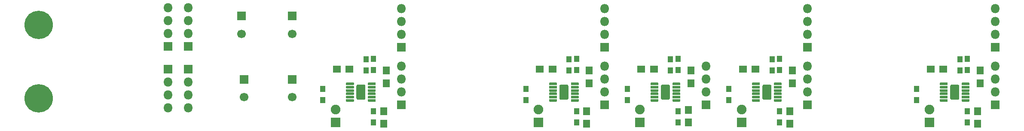
<source format=gbr>
%TF.GenerationSoftware,KiCad,Pcbnew,(5.1.5)-3*%
%TF.CreationDate,2021-02-05T17:27:38+00:00*%
%TF.ProjectId,Power Board,506f7765-7220-4426-9f61-72642e6b6963,rev?*%
%TF.SameCoordinates,Original*%
%TF.FileFunction,Soldermask,Top*%
%TF.FilePolarity,Negative*%
%FSLAX46Y46*%
G04 Gerber Fmt 4.6, Leading zero omitted, Abs format (unit mm)*
G04 Created by KiCad (PCBNEW (5.1.5)-3) date 2021-02-05 17:27:38*
%MOMM*%
%LPD*%
G04 APERTURE LIST*
%ADD10R,1.600000X1.350000*%
%ADD11R,1.350000X1.600000*%
%ADD12O,1.800000X1.800000*%
%ADD13R,1.800000X1.800000*%
%ADD14C,0.100000*%
%ADD15C,1.900000*%
%ADD16R,1.900000X1.900000*%
%ADD17R,1.000000X1.300000*%
%ADD18R,1.700000X1.700000*%
%ADD19C,1.700000*%
%ADD20C,5.600000*%
G04 APERTURE END LIST*
D10*
%TO.C,C3*%
X159750000Y-100000000D03*
X157250000Y-100000000D03*
%TD*%
D11*
%TO.C,C4*%
X166500000Y-110750000D03*
X166500000Y-108250000D03*
%TD*%
%TO.C,C5*%
X167000000Y-102750000D03*
X167000000Y-100250000D03*
%TD*%
D10*
%TO.C,C6*%
X119750000Y-100000000D03*
X117250000Y-100000000D03*
%TD*%
D11*
%TO.C,C7*%
X126500000Y-108250000D03*
X126500000Y-110750000D03*
%TD*%
%TO.C,C8*%
X127000000Y-102750000D03*
X127000000Y-100250000D03*
%TD*%
D10*
%TO.C,C9*%
X179750000Y-100000000D03*
X177250000Y-100000000D03*
%TD*%
D11*
%TO.C,C10*%
X186500000Y-110500000D03*
X186500000Y-108000000D03*
%TD*%
%TO.C,C11*%
X187000000Y-102750000D03*
X187000000Y-100250000D03*
%TD*%
D10*
%TO.C,C12*%
X236750000Y-100000000D03*
X234250000Y-100000000D03*
%TD*%
D11*
%TO.C,C13*%
X243500000Y-108250000D03*
X243500000Y-110750000D03*
%TD*%
%TO.C,C14*%
X244000000Y-102750000D03*
X244000000Y-100250000D03*
%TD*%
D10*
%TO.C,C15*%
X199750000Y-100000000D03*
X197250000Y-100000000D03*
%TD*%
D11*
%TO.C,C16*%
X206500000Y-110750000D03*
X206500000Y-108250000D03*
%TD*%
%TO.C,C17*%
X207000000Y-102750000D03*
X207000000Y-100250000D03*
%TD*%
D12*
%TO.C,J1*%
X88000000Y-107620000D03*
X88000000Y-105080000D03*
X88000000Y-102540000D03*
D13*
X88000000Y-100000000D03*
%TD*%
%TO.C,J2*%
X130000000Y-107000000D03*
D12*
X130000000Y-104460000D03*
X130000000Y-101920000D03*
X130000000Y-99380000D03*
%TD*%
D13*
%TO.C,J3*%
X170000000Y-107000000D03*
D12*
X170000000Y-104460000D03*
X170000000Y-101920000D03*
X170000000Y-99380000D03*
%TD*%
D13*
%TO.C,J4*%
X190000000Y-107000000D03*
D12*
X190000000Y-104460000D03*
X190000000Y-101920000D03*
X190000000Y-99380000D03*
%TD*%
%TO.C,J5*%
X247000000Y-99380000D03*
X247000000Y-101920000D03*
X247000000Y-104460000D03*
D13*
X247000000Y-107000000D03*
%TD*%
%TO.C,J6*%
X88000000Y-95500000D03*
D12*
X88000000Y-92960000D03*
X88000000Y-90420000D03*
X88000000Y-87880000D03*
%TD*%
%TO.C,J8*%
X170000000Y-88000000D03*
X170000000Y-90540000D03*
X170000000Y-93080000D03*
D13*
X170000000Y-95620000D03*
%TD*%
D12*
%TO.C,J9*%
X210000000Y-88000000D03*
X210000000Y-90540000D03*
X210000000Y-93080000D03*
D13*
X210000000Y-95620000D03*
%TD*%
%TO.C,J10*%
X247000000Y-95620000D03*
D12*
X247000000Y-93080000D03*
X247000000Y-90540000D03*
X247000000Y-88000000D03*
%TD*%
D13*
%TO.C,J11*%
X84000000Y-100000000D03*
D12*
X84000000Y-102540000D03*
X84000000Y-105080000D03*
X84000000Y-107620000D03*
%TD*%
%TO.C,J12*%
X210000000Y-99380000D03*
X210000000Y-101920000D03*
X210000000Y-104460000D03*
D13*
X210000000Y-107000000D03*
%TD*%
D14*
%TO.C,U1*%
G36*
X164812252Y-102625602D02*
G01*
X164824386Y-102627402D01*
X164836286Y-102630382D01*
X164847835Y-102634515D01*
X164858925Y-102639760D01*
X164869446Y-102646066D01*
X164879299Y-102653374D01*
X164888388Y-102661612D01*
X164896626Y-102670701D01*
X164903934Y-102680554D01*
X164910240Y-102691075D01*
X164915485Y-102702165D01*
X164919618Y-102713714D01*
X164922598Y-102725614D01*
X164924398Y-102737748D01*
X164925000Y-102750000D01*
X164925000Y-103000000D01*
X164924398Y-103012252D01*
X164922598Y-103024386D01*
X164919618Y-103036286D01*
X164915485Y-103047835D01*
X164910240Y-103058925D01*
X164903934Y-103069446D01*
X164896626Y-103079299D01*
X164888388Y-103088388D01*
X164879299Y-103096626D01*
X164869446Y-103103934D01*
X164858925Y-103110240D01*
X164847835Y-103115485D01*
X164836286Y-103119618D01*
X164824386Y-103122598D01*
X164812252Y-103124398D01*
X164800000Y-103125000D01*
X163500000Y-103125000D01*
X163487748Y-103124398D01*
X163475614Y-103122598D01*
X163463714Y-103119618D01*
X163452165Y-103115485D01*
X163441075Y-103110240D01*
X163430554Y-103103934D01*
X163420701Y-103096626D01*
X163411612Y-103088388D01*
X163403374Y-103079299D01*
X163396066Y-103069446D01*
X163389760Y-103058925D01*
X163384515Y-103047835D01*
X163380382Y-103036286D01*
X163377402Y-103024386D01*
X163375602Y-103012252D01*
X163375000Y-103000000D01*
X163375000Y-102750000D01*
X163375602Y-102737748D01*
X163377402Y-102725614D01*
X163380382Y-102713714D01*
X163384515Y-102702165D01*
X163389760Y-102691075D01*
X163396066Y-102680554D01*
X163403374Y-102670701D01*
X163411612Y-102661612D01*
X163420701Y-102653374D01*
X163430554Y-102646066D01*
X163441075Y-102639760D01*
X163452165Y-102634515D01*
X163463714Y-102630382D01*
X163475614Y-102627402D01*
X163487748Y-102625602D01*
X163500000Y-102625000D01*
X164800000Y-102625000D01*
X164812252Y-102625602D01*
G37*
G36*
X164812252Y-103275602D02*
G01*
X164824386Y-103277402D01*
X164836286Y-103280382D01*
X164847835Y-103284515D01*
X164858925Y-103289760D01*
X164869446Y-103296066D01*
X164879299Y-103303374D01*
X164888388Y-103311612D01*
X164896626Y-103320701D01*
X164903934Y-103330554D01*
X164910240Y-103341075D01*
X164915485Y-103352165D01*
X164919618Y-103363714D01*
X164922598Y-103375614D01*
X164924398Y-103387748D01*
X164925000Y-103400000D01*
X164925000Y-103650000D01*
X164924398Y-103662252D01*
X164922598Y-103674386D01*
X164919618Y-103686286D01*
X164915485Y-103697835D01*
X164910240Y-103708925D01*
X164903934Y-103719446D01*
X164896626Y-103729299D01*
X164888388Y-103738388D01*
X164879299Y-103746626D01*
X164869446Y-103753934D01*
X164858925Y-103760240D01*
X164847835Y-103765485D01*
X164836286Y-103769618D01*
X164824386Y-103772598D01*
X164812252Y-103774398D01*
X164800000Y-103775000D01*
X163500000Y-103775000D01*
X163487748Y-103774398D01*
X163475614Y-103772598D01*
X163463714Y-103769618D01*
X163452165Y-103765485D01*
X163441075Y-103760240D01*
X163430554Y-103753934D01*
X163420701Y-103746626D01*
X163411612Y-103738388D01*
X163403374Y-103729299D01*
X163396066Y-103719446D01*
X163389760Y-103708925D01*
X163384515Y-103697835D01*
X163380382Y-103686286D01*
X163377402Y-103674386D01*
X163375602Y-103662252D01*
X163375000Y-103650000D01*
X163375000Y-103400000D01*
X163375602Y-103387748D01*
X163377402Y-103375614D01*
X163380382Y-103363714D01*
X163384515Y-103352165D01*
X163389760Y-103341075D01*
X163396066Y-103330554D01*
X163403374Y-103320701D01*
X163411612Y-103311612D01*
X163420701Y-103303374D01*
X163430554Y-103296066D01*
X163441075Y-103289760D01*
X163452165Y-103284515D01*
X163463714Y-103280382D01*
X163475614Y-103277402D01*
X163487748Y-103275602D01*
X163500000Y-103275000D01*
X164800000Y-103275000D01*
X164812252Y-103275602D01*
G37*
G36*
X164812252Y-103925602D02*
G01*
X164824386Y-103927402D01*
X164836286Y-103930382D01*
X164847835Y-103934515D01*
X164858925Y-103939760D01*
X164869446Y-103946066D01*
X164879299Y-103953374D01*
X164888388Y-103961612D01*
X164896626Y-103970701D01*
X164903934Y-103980554D01*
X164910240Y-103991075D01*
X164915485Y-104002165D01*
X164919618Y-104013714D01*
X164922598Y-104025614D01*
X164924398Y-104037748D01*
X164925000Y-104050000D01*
X164925000Y-104300000D01*
X164924398Y-104312252D01*
X164922598Y-104324386D01*
X164919618Y-104336286D01*
X164915485Y-104347835D01*
X164910240Y-104358925D01*
X164903934Y-104369446D01*
X164896626Y-104379299D01*
X164888388Y-104388388D01*
X164879299Y-104396626D01*
X164869446Y-104403934D01*
X164858925Y-104410240D01*
X164847835Y-104415485D01*
X164836286Y-104419618D01*
X164824386Y-104422598D01*
X164812252Y-104424398D01*
X164800000Y-104425000D01*
X163500000Y-104425000D01*
X163487748Y-104424398D01*
X163475614Y-104422598D01*
X163463714Y-104419618D01*
X163452165Y-104415485D01*
X163441075Y-104410240D01*
X163430554Y-104403934D01*
X163420701Y-104396626D01*
X163411612Y-104388388D01*
X163403374Y-104379299D01*
X163396066Y-104369446D01*
X163389760Y-104358925D01*
X163384515Y-104347835D01*
X163380382Y-104336286D01*
X163377402Y-104324386D01*
X163375602Y-104312252D01*
X163375000Y-104300000D01*
X163375000Y-104050000D01*
X163375602Y-104037748D01*
X163377402Y-104025614D01*
X163380382Y-104013714D01*
X163384515Y-104002165D01*
X163389760Y-103991075D01*
X163396066Y-103980554D01*
X163403374Y-103970701D01*
X163411612Y-103961612D01*
X163420701Y-103953374D01*
X163430554Y-103946066D01*
X163441075Y-103939760D01*
X163452165Y-103934515D01*
X163463714Y-103930382D01*
X163475614Y-103927402D01*
X163487748Y-103925602D01*
X163500000Y-103925000D01*
X164800000Y-103925000D01*
X164812252Y-103925602D01*
G37*
G36*
X164812252Y-104575602D02*
G01*
X164824386Y-104577402D01*
X164836286Y-104580382D01*
X164847835Y-104584515D01*
X164858925Y-104589760D01*
X164869446Y-104596066D01*
X164879299Y-104603374D01*
X164888388Y-104611612D01*
X164896626Y-104620701D01*
X164903934Y-104630554D01*
X164910240Y-104641075D01*
X164915485Y-104652165D01*
X164919618Y-104663714D01*
X164922598Y-104675614D01*
X164924398Y-104687748D01*
X164925000Y-104700000D01*
X164925000Y-104950000D01*
X164924398Y-104962252D01*
X164922598Y-104974386D01*
X164919618Y-104986286D01*
X164915485Y-104997835D01*
X164910240Y-105008925D01*
X164903934Y-105019446D01*
X164896626Y-105029299D01*
X164888388Y-105038388D01*
X164879299Y-105046626D01*
X164869446Y-105053934D01*
X164858925Y-105060240D01*
X164847835Y-105065485D01*
X164836286Y-105069618D01*
X164824386Y-105072598D01*
X164812252Y-105074398D01*
X164800000Y-105075000D01*
X163500000Y-105075000D01*
X163487748Y-105074398D01*
X163475614Y-105072598D01*
X163463714Y-105069618D01*
X163452165Y-105065485D01*
X163441075Y-105060240D01*
X163430554Y-105053934D01*
X163420701Y-105046626D01*
X163411612Y-105038388D01*
X163403374Y-105029299D01*
X163396066Y-105019446D01*
X163389760Y-105008925D01*
X163384515Y-104997835D01*
X163380382Y-104986286D01*
X163377402Y-104974386D01*
X163375602Y-104962252D01*
X163375000Y-104950000D01*
X163375000Y-104700000D01*
X163375602Y-104687748D01*
X163377402Y-104675614D01*
X163380382Y-104663714D01*
X163384515Y-104652165D01*
X163389760Y-104641075D01*
X163396066Y-104630554D01*
X163403374Y-104620701D01*
X163411612Y-104611612D01*
X163420701Y-104603374D01*
X163430554Y-104596066D01*
X163441075Y-104589760D01*
X163452165Y-104584515D01*
X163463714Y-104580382D01*
X163475614Y-104577402D01*
X163487748Y-104575602D01*
X163500000Y-104575000D01*
X164800000Y-104575000D01*
X164812252Y-104575602D01*
G37*
G36*
X164812252Y-105225602D02*
G01*
X164824386Y-105227402D01*
X164836286Y-105230382D01*
X164847835Y-105234515D01*
X164858925Y-105239760D01*
X164869446Y-105246066D01*
X164879299Y-105253374D01*
X164888388Y-105261612D01*
X164896626Y-105270701D01*
X164903934Y-105280554D01*
X164910240Y-105291075D01*
X164915485Y-105302165D01*
X164919618Y-105313714D01*
X164922598Y-105325614D01*
X164924398Y-105337748D01*
X164925000Y-105350000D01*
X164925000Y-105600000D01*
X164924398Y-105612252D01*
X164922598Y-105624386D01*
X164919618Y-105636286D01*
X164915485Y-105647835D01*
X164910240Y-105658925D01*
X164903934Y-105669446D01*
X164896626Y-105679299D01*
X164888388Y-105688388D01*
X164879299Y-105696626D01*
X164869446Y-105703934D01*
X164858925Y-105710240D01*
X164847835Y-105715485D01*
X164836286Y-105719618D01*
X164824386Y-105722598D01*
X164812252Y-105724398D01*
X164800000Y-105725000D01*
X163500000Y-105725000D01*
X163487748Y-105724398D01*
X163475614Y-105722598D01*
X163463714Y-105719618D01*
X163452165Y-105715485D01*
X163441075Y-105710240D01*
X163430554Y-105703934D01*
X163420701Y-105696626D01*
X163411612Y-105688388D01*
X163403374Y-105679299D01*
X163396066Y-105669446D01*
X163389760Y-105658925D01*
X163384515Y-105647835D01*
X163380382Y-105636286D01*
X163377402Y-105624386D01*
X163375602Y-105612252D01*
X163375000Y-105600000D01*
X163375000Y-105350000D01*
X163375602Y-105337748D01*
X163377402Y-105325614D01*
X163380382Y-105313714D01*
X163384515Y-105302165D01*
X163389760Y-105291075D01*
X163396066Y-105280554D01*
X163403374Y-105270701D01*
X163411612Y-105261612D01*
X163420701Y-105253374D01*
X163430554Y-105246066D01*
X163441075Y-105239760D01*
X163452165Y-105234515D01*
X163463714Y-105230382D01*
X163475614Y-105227402D01*
X163487748Y-105225602D01*
X163500000Y-105225000D01*
X164800000Y-105225000D01*
X164812252Y-105225602D01*
G37*
G36*
X164812252Y-105875602D02*
G01*
X164824386Y-105877402D01*
X164836286Y-105880382D01*
X164847835Y-105884515D01*
X164858925Y-105889760D01*
X164869446Y-105896066D01*
X164879299Y-105903374D01*
X164888388Y-105911612D01*
X164896626Y-105920701D01*
X164903934Y-105930554D01*
X164910240Y-105941075D01*
X164915485Y-105952165D01*
X164919618Y-105963714D01*
X164922598Y-105975614D01*
X164924398Y-105987748D01*
X164925000Y-106000000D01*
X164925000Y-106250000D01*
X164924398Y-106262252D01*
X164922598Y-106274386D01*
X164919618Y-106286286D01*
X164915485Y-106297835D01*
X164910240Y-106308925D01*
X164903934Y-106319446D01*
X164896626Y-106329299D01*
X164888388Y-106338388D01*
X164879299Y-106346626D01*
X164869446Y-106353934D01*
X164858925Y-106360240D01*
X164847835Y-106365485D01*
X164836286Y-106369618D01*
X164824386Y-106372598D01*
X164812252Y-106374398D01*
X164800000Y-106375000D01*
X163500000Y-106375000D01*
X163487748Y-106374398D01*
X163475614Y-106372598D01*
X163463714Y-106369618D01*
X163452165Y-106365485D01*
X163441075Y-106360240D01*
X163430554Y-106353934D01*
X163420701Y-106346626D01*
X163411612Y-106338388D01*
X163403374Y-106329299D01*
X163396066Y-106319446D01*
X163389760Y-106308925D01*
X163384515Y-106297835D01*
X163380382Y-106286286D01*
X163377402Y-106274386D01*
X163375602Y-106262252D01*
X163375000Y-106250000D01*
X163375000Y-106000000D01*
X163375602Y-105987748D01*
X163377402Y-105975614D01*
X163380382Y-105963714D01*
X163384515Y-105952165D01*
X163389760Y-105941075D01*
X163396066Y-105930554D01*
X163403374Y-105920701D01*
X163411612Y-105911612D01*
X163420701Y-105903374D01*
X163430554Y-105896066D01*
X163441075Y-105889760D01*
X163452165Y-105884515D01*
X163463714Y-105880382D01*
X163475614Y-105877402D01*
X163487748Y-105875602D01*
X163500000Y-105875000D01*
X164800000Y-105875000D01*
X164812252Y-105875602D01*
G37*
G36*
X160512252Y-105875602D02*
G01*
X160524386Y-105877402D01*
X160536286Y-105880382D01*
X160547835Y-105884515D01*
X160558925Y-105889760D01*
X160569446Y-105896066D01*
X160579299Y-105903374D01*
X160588388Y-105911612D01*
X160596626Y-105920701D01*
X160603934Y-105930554D01*
X160610240Y-105941075D01*
X160615485Y-105952165D01*
X160619618Y-105963714D01*
X160622598Y-105975614D01*
X160624398Y-105987748D01*
X160625000Y-106000000D01*
X160625000Y-106250000D01*
X160624398Y-106262252D01*
X160622598Y-106274386D01*
X160619618Y-106286286D01*
X160615485Y-106297835D01*
X160610240Y-106308925D01*
X160603934Y-106319446D01*
X160596626Y-106329299D01*
X160588388Y-106338388D01*
X160579299Y-106346626D01*
X160569446Y-106353934D01*
X160558925Y-106360240D01*
X160547835Y-106365485D01*
X160536286Y-106369618D01*
X160524386Y-106372598D01*
X160512252Y-106374398D01*
X160500000Y-106375000D01*
X159200000Y-106375000D01*
X159187748Y-106374398D01*
X159175614Y-106372598D01*
X159163714Y-106369618D01*
X159152165Y-106365485D01*
X159141075Y-106360240D01*
X159130554Y-106353934D01*
X159120701Y-106346626D01*
X159111612Y-106338388D01*
X159103374Y-106329299D01*
X159096066Y-106319446D01*
X159089760Y-106308925D01*
X159084515Y-106297835D01*
X159080382Y-106286286D01*
X159077402Y-106274386D01*
X159075602Y-106262252D01*
X159075000Y-106250000D01*
X159075000Y-106000000D01*
X159075602Y-105987748D01*
X159077402Y-105975614D01*
X159080382Y-105963714D01*
X159084515Y-105952165D01*
X159089760Y-105941075D01*
X159096066Y-105930554D01*
X159103374Y-105920701D01*
X159111612Y-105911612D01*
X159120701Y-105903374D01*
X159130554Y-105896066D01*
X159141075Y-105889760D01*
X159152165Y-105884515D01*
X159163714Y-105880382D01*
X159175614Y-105877402D01*
X159187748Y-105875602D01*
X159200000Y-105875000D01*
X160500000Y-105875000D01*
X160512252Y-105875602D01*
G37*
G36*
X160512252Y-105225602D02*
G01*
X160524386Y-105227402D01*
X160536286Y-105230382D01*
X160547835Y-105234515D01*
X160558925Y-105239760D01*
X160569446Y-105246066D01*
X160579299Y-105253374D01*
X160588388Y-105261612D01*
X160596626Y-105270701D01*
X160603934Y-105280554D01*
X160610240Y-105291075D01*
X160615485Y-105302165D01*
X160619618Y-105313714D01*
X160622598Y-105325614D01*
X160624398Y-105337748D01*
X160625000Y-105350000D01*
X160625000Y-105600000D01*
X160624398Y-105612252D01*
X160622598Y-105624386D01*
X160619618Y-105636286D01*
X160615485Y-105647835D01*
X160610240Y-105658925D01*
X160603934Y-105669446D01*
X160596626Y-105679299D01*
X160588388Y-105688388D01*
X160579299Y-105696626D01*
X160569446Y-105703934D01*
X160558925Y-105710240D01*
X160547835Y-105715485D01*
X160536286Y-105719618D01*
X160524386Y-105722598D01*
X160512252Y-105724398D01*
X160500000Y-105725000D01*
X159200000Y-105725000D01*
X159187748Y-105724398D01*
X159175614Y-105722598D01*
X159163714Y-105719618D01*
X159152165Y-105715485D01*
X159141075Y-105710240D01*
X159130554Y-105703934D01*
X159120701Y-105696626D01*
X159111612Y-105688388D01*
X159103374Y-105679299D01*
X159096066Y-105669446D01*
X159089760Y-105658925D01*
X159084515Y-105647835D01*
X159080382Y-105636286D01*
X159077402Y-105624386D01*
X159075602Y-105612252D01*
X159075000Y-105600000D01*
X159075000Y-105350000D01*
X159075602Y-105337748D01*
X159077402Y-105325614D01*
X159080382Y-105313714D01*
X159084515Y-105302165D01*
X159089760Y-105291075D01*
X159096066Y-105280554D01*
X159103374Y-105270701D01*
X159111612Y-105261612D01*
X159120701Y-105253374D01*
X159130554Y-105246066D01*
X159141075Y-105239760D01*
X159152165Y-105234515D01*
X159163714Y-105230382D01*
X159175614Y-105227402D01*
X159187748Y-105225602D01*
X159200000Y-105225000D01*
X160500000Y-105225000D01*
X160512252Y-105225602D01*
G37*
G36*
X160512252Y-104575602D02*
G01*
X160524386Y-104577402D01*
X160536286Y-104580382D01*
X160547835Y-104584515D01*
X160558925Y-104589760D01*
X160569446Y-104596066D01*
X160579299Y-104603374D01*
X160588388Y-104611612D01*
X160596626Y-104620701D01*
X160603934Y-104630554D01*
X160610240Y-104641075D01*
X160615485Y-104652165D01*
X160619618Y-104663714D01*
X160622598Y-104675614D01*
X160624398Y-104687748D01*
X160625000Y-104700000D01*
X160625000Y-104950000D01*
X160624398Y-104962252D01*
X160622598Y-104974386D01*
X160619618Y-104986286D01*
X160615485Y-104997835D01*
X160610240Y-105008925D01*
X160603934Y-105019446D01*
X160596626Y-105029299D01*
X160588388Y-105038388D01*
X160579299Y-105046626D01*
X160569446Y-105053934D01*
X160558925Y-105060240D01*
X160547835Y-105065485D01*
X160536286Y-105069618D01*
X160524386Y-105072598D01*
X160512252Y-105074398D01*
X160500000Y-105075000D01*
X159200000Y-105075000D01*
X159187748Y-105074398D01*
X159175614Y-105072598D01*
X159163714Y-105069618D01*
X159152165Y-105065485D01*
X159141075Y-105060240D01*
X159130554Y-105053934D01*
X159120701Y-105046626D01*
X159111612Y-105038388D01*
X159103374Y-105029299D01*
X159096066Y-105019446D01*
X159089760Y-105008925D01*
X159084515Y-104997835D01*
X159080382Y-104986286D01*
X159077402Y-104974386D01*
X159075602Y-104962252D01*
X159075000Y-104950000D01*
X159075000Y-104700000D01*
X159075602Y-104687748D01*
X159077402Y-104675614D01*
X159080382Y-104663714D01*
X159084515Y-104652165D01*
X159089760Y-104641075D01*
X159096066Y-104630554D01*
X159103374Y-104620701D01*
X159111612Y-104611612D01*
X159120701Y-104603374D01*
X159130554Y-104596066D01*
X159141075Y-104589760D01*
X159152165Y-104584515D01*
X159163714Y-104580382D01*
X159175614Y-104577402D01*
X159187748Y-104575602D01*
X159200000Y-104575000D01*
X160500000Y-104575000D01*
X160512252Y-104575602D01*
G37*
G36*
X160512252Y-103925602D02*
G01*
X160524386Y-103927402D01*
X160536286Y-103930382D01*
X160547835Y-103934515D01*
X160558925Y-103939760D01*
X160569446Y-103946066D01*
X160579299Y-103953374D01*
X160588388Y-103961612D01*
X160596626Y-103970701D01*
X160603934Y-103980554D01*
X160610240Y-103991075D01*
X160615485Y-104002165D01*
X160619618Y-104013714D01*
X160622598Y-104025614D01*
X160624398Y-104037748D01*
X160625000Y-104050000D01*
X160625000Y-104300000D01*
X160624398Y-104312252D01*
X160622598Y-104324386D01*
X160619618Y-104336286D01*
X160615485Y-104347835D01*
X160610240Y-104358925D01*
X160603934Y-104369446D01*
X160596626Y-104379299D01*
X160588388Y-104388388D01*
X160579299Y-104396626D01*
X160569446Y-104403934D01*
X160558925Y-104410240D01*
X160547835Y-104415485D01*
X160536286Y-104419618D01*
X160524386Y-104422598D01*
X160512252Y-104424398D01*
X160500000Y-104425000D01*
X159200000Y-104425000D01*
X159187748Y-104424398D01*
X159175614Y-104422598D01*
X159163714Y-104419618D01*
X159152165Y-104415485D01*
X159141075Y-104410240D01*
X159130554Y-104403934D01*
X159120701Y-104396626D01*
X159111612Y-104388388D01*
X159103374Y-104379299D01*
X159096066Y-104369446D01*
X159089760Y-104358925D01*
X159084515Y-104347835D01*
X159080382Y-104336286D01*
X159077402Y-104324386D01*
X159075602Y-104312252D01*
X159075000Y-104300000D01*
X159075000Y-104050000D01*
X159075602Y-104037748D01*
X159077402Y-104025614D01*
X159080382Y-104013714D01*
X159084515Y-104002165D01*
X159089760Y-103991075D01*
X159096066Y-103980554D01*
X159103374Y-103970701D01*
X159111612Y-103961612D01*
X159120701Y-103953374D01*
X159130554Y-103946066D01*
X159141075Y-103939760D01*
X159152165Y-103934515D01*
X159163714Y-103930382D01*
X159175614Y-103927402D01*
X159187748Y-103925602D01*
X159200000Y-103925000D01*
X160500000Y-103925000D01*
X160512252Y-103925602D01*
G37*
G36*
X160512252Y-103275602D02*
G01*
X160524386Y-103277402D01*
X160536286Y-103280382D01*
X160547835Y-103284515D01*
X160558925Y-103289760D01*
X160569446Y-103296066D01*
X160579299Y-103303374D01*
X160588388Y-103311612D01*
X160596626Y-103320701D01*
X160603934Y-103330554D01*
X160610240Y-103341075D01*
X160615485Y-103352165D01*
X160619618Y-103363714D01*
X160622598Y-103375614D01*
X160624398Y-103387748D01*
X160625000Y-103400000D01*
X160625000Y-103650000D01*
X160624398Y-103662252D01*
X160622598Y-103674386D01*
X160619618Y-103686286D01*
X160615485Y-103697835D01*
X160610240Y-103708925D01*
X160603934Y-103719446D01*
X160596626Y-103729299D01*
X160588388Y-103738388D01*
X160579299Y-103746626D01*
X160569446Y-103753934D01*
X160558925Y-103760240D01*
X160547835Y-103765485D01*
X160536286Y-103769618D01*
X160524386Y-103772598D01*
X160512252Y-103774398D01*
X160500000Y-103775000D01*
X159200000Y-103775000D01*
X159187748Y-103774398D01*
X159175614Y-103772598D01*
X159163714Y-103769618D01*
X159152165Y-103765485D01*
X159141075Y-103760240D01*
X159130554Y-103753934D01*
X159120701Y-103746626D01*
X159111612Y-103738388D01*
X159103374Y-103729299D01*
X159096066Y-103719446D01*
X159089760Y-103708925D01*
X159084515Y-103697835D01*
X159080382Y-103686286D01*
X159077402Y-103674386D01*
X159075602Y-103662252D01*
X159075000Y-103650000D01*
X159075000Y-103400000D01*
X159075602Y-103387748D01*
X159077402Y-103375614D01*
X159080382Y-103363714D01*
X159084515Y-103352165D01*
X159089760Y-103341075D01*
X159096066Y-103330554D01*
X159103374Y-103320701D01*
X159111612Y-103311612D01*
X159120701Y-103303374D01*
X159130554Y-103296066D01*
X159141075Y-103289760D01*
X159152165Y-103284515D01*
X159163714Y-103280382D01*
X159175614Y-103277402D01*
X159187748Y-103275602D01*
X159200000Y-103275000D01*
X160500000Y-103275000D01*
X160512252Y-103275602D01*
G37*
G36*
X160512252Y-102625602D02*
G01*
X160524386Y-102627402D01*
X160536286Y-102630382D01*
X160547835Y-102634515D01*
X160558925Y-102639760D01*
X160569446Y-102646066D01*
X160579299Y-102653374D01*
X160588388Y-102661612D01*
X160596626Y-102670701D01*
X160603934Y-102680554D01*
X160610240Y-102691075D01*
X160615485Y-102702165D01*
X160619618Y-102713714D01*
X160622598Y-102725614D01*
X160624398Y-102737748D01*
X160625000Y-102750000D01*
X160625000Y-103000000D01*
X160624398Y-103012252D01*
X160622598Y-103024386D01*
X160619618Y-103036286D01*
X160615485Y-103047835D01*
X160610240Y-103058925D01*
X160603934Y-103069446D01*
X160596626Y-103079299D01*
X160588388Y-103088388D01*
X160579299Y-103096626D01*
X160569446Y-103103934D01*
X160558925Y-103110240D01*
X160547835Y-103115485D01*
X160536286Y-103119618D01*
X160524386Y-103122598D01*
X160512252Y-103124398D01*
X160500000Y-103125000D01*
X159200000Y-103125000D01*
X159187748Y-103124398D01*
X159175614Y-103122598D01*
X159163714Y-103119618D01*
X159152165Y-103115485D01*
X159141075Y-103110240D01*
X159130554Y-103103934D01*
X159120701Y-103096626D01*
X159111612Y-103088388D01*
X159103374Y-103079299D01*
X159096066Y-103069446D01*
X159089760Y-103058925D01*
X159084515Y-103047835D01*
X159080382Y-103036286D01*
X159077402Y-103024386D01*
X159075602Y-103012252D01*
X159075000Y-103000000D01*
X159075000Y-102750000D01*
X159075602Y-102737748D01*
X159077402Y-102725614D01*
X159080382Y-102713714D01*
X159084515Y-102702165D01*
X159089760Y-102691075D01*
X159096066Y-102680554D01*
X159103374Y-102670701D01*
X159111612Y-102661612D01*
X159120701Y-102653374D01*
X159130554Y-102646066D01*
X159141075Y-102639760D01*
X159152165Y-102634515D01*
X159163714Y-102630382D01*
X159175614Y-102627402D01*
X159187748Y-102625602D01*
X159200000Y-102625000D01*
X160500000Y-102625000D01*
X160512252Y-102625602D01*
G37*
G36*
X162635838Y-103026277D02*
G01*
X162661577Y-103030095D01*
X162686818Y-103036417D01*
X162711318Y-103045183D01*
X162734840Y-103056309D01*
X162757159Y-103069686D01*
X162778059Y-103085187D01*
X162797339Y-103102661D01*
X162814813Y-103121941D01*
X162830314Y-103142841D01*
X162843691Y-103165160D01*
X162854817Y-103188682D01*
X162863583Y-103213182D01*
X162869905Y-103238423D01*
X162873723Y-103264162D01*
X162875000Y-103290151D01*
X162875000Y-105709849D01*
X162873723Y-105735838D01*
X162869905Y-105761577D01*
X162863583Y-105786818D01*
X162854817Y-105811318D01*
X162843691Y-105834840D01*
X162830314Y-105857159D01*
X162814813Y-105878059D01*
X162797339Y-105897339D01*
X162778059Y-105914813D01*
X162757159Y-105930314D01*
X162734840Y-105943691D01*
X162711318Y-105954817D01*
X162686818Y-105963583D01*
X162661577Y-105969905D01*
X162635838Y-105973723D01*
X162609849Y-105975000D01*
X161390151Y-105975000D01*
X161364162Y-105973723D01*
X161338423Y-105969905D01*
X161313182Y-105963583D01*
X161288682Y-105954817D01*
X161265160Y-105943691D01*
X161242841Y-105930314D01*
X161221941Y-105914813D01*
X161202661Y-105897339D01*
X161185187Y-105878059D01*
X161169686Y-105857159D01*
X161156309Y-105834840D01*
X161145183Y-105811318D01*
X161136417Y-105786818D01*
X161130095Y-105761577D01*
X161126277Y-105735838D01*
X161125000Y-105709849D01*
X161125000Y-103290151D01*
X161126277Y-103264162D01*
X161130095Y-103238423D01*
X161136417Y-103213182D01*
X161145183Y-103188682D01*
X161156309Y-103165160D01*
X161169686Y-103142841D01*
X161185187Y-103121941D01*
X161202661Y-103102661D01*
X161221941Y-103085187D01*
X161242841Y-103069686D01*
X161265160Y-103056309D01*
X161288682Y-103045183D01*
X161313182Y-103036417D01*
X161338423Y-103030095D01*
X161364162Y-103026277D01*
X161390151Y-103025000D01*
X162609849Y-103025000D01*
X162635838Y-103026277D01*
G37*
%TD*%
%TO.C,U2*%
G36*
X124812252Y-102625602D02*
G01*
X124824386Y-102627402D01*
X124836286Y-102630382D01*
X124847835Y-102634515D01*
X124858925Y-102639760D01*
X124869446Y-102646066D01*
X124879299Y-102653374D01*
X124888388Y-102661612D01*
X124896626Y-102670701D01*
X124903934Y-102680554D01*
X124910240Y-102691075D01*
X124915485Y-102702165D01*
X124919618Y-102713714D01*
X124922598Y-102725614D01*
X124924398Y-102737748D01*
X124925000Y-102750000D01*
X124925000Y-103000000D01*
X124924398Y-103012252D01*
X124922598Y-103024386D01*
X124919618Y-103036286D01*
X124915485Y-103047835D01*
X124910240Y-103058925D01*
X124903934Y-103069446D01*
X124896626Y-103079299D01*
X124888388Y-103088388D01*
X124879299Y-103096626D01*
X124869446Y-103103934D01*
X124858925Y-103110240D01*
X124847835Y-103115485D01*
X124836286Y-103119618D01*
X124824386Y-103122598D01*
X124812252Y-103124398D01*
X124800000Y-103125000D01*
X123500000Y-103125000D01*
X123487748Y-103124398D01*
X123475614Y-103122598D01*
X123463714Y-103119618D01*
X123452165Y-103115485D01*
X123441075Y-103110240D01*
X123430554Y-103103934D01*
X123420701Y-103096626D01*
X123411612Y-103088388D01*
X123403374Y-103079299D01*
X123396066Y-103069446D01*
X123389760Y-103058925D01*
X123384515Y-103047835D01*
X123380382Y-103036286D01*
X123377402Y-103024386D01*
X123375602Y-103012252D01*
X123375000Y-103000000D01*
X123375000Y-102750000D01*
X123375602Y-102737748D01*
X123377402Y-102725614D01*
X123380382Y-102713714D01*
X123384515Y-102702165D01*
X123389760Y-102691075D01*
X123396066Y-102680554D01*
X123403374Y-102670701D01*
X123411612Y-102661612D01*
X123420701Y-102653374D01*
X123430554Y-102646066D01*
X123441075Y-102639760D01*
X123452165Y-102634515D01*
X123463714Y-102630382D01*
X123475614Y-102627402D01*
X123487748Y-102625602D01*
X123500000Y-102625000D01*
X124800000Y-102625000D01*
X124812252Y-102625602D01*
G37*
G36*
X124812252Y-103275602D02*
G01*
X124824386Y-103277402D01*
X124836286Y-103280382D01*
X124847835Y-103284515D01*
X124858925Y-103289760D01*
X124869446Y-103296066D01*
X124879299Y-103303374D01*
X124888388Y-103311612D01*
X124896626Y-103320701D01*
X124903934Y-103330554D01*
X124910240Y-103341075D01*
X124915485Y-103352165D01*
X124919618Y-103363714D01*
X124922598Y-103375614D01*
X124924398Y-103387748D01*
X124925000Y-103400000D01*
X124925000Y-103650000D01*
X124924398Y-103662252D01*
X124922598Y-103674386D01*
X124919618Y-103686286D01*
X124915485Y-103697835D01*
X124910240Y-103708925D01*
X124903934Y-103719446D01*
X124896626Y-103729299D01*
X124888388Y-103738388D01*
X124879299Y-103746626D01*
X124869446Y-103753934D01*
X124858925Y-103760240D01*
X124847835Y-103765485D01*
X124836286Y-103769618D01*
X124824386Y-103772598D01*
X124812252Y-103774398D01*
X124800000Y-103775000D01*
X123500000Y-103775000D01*
X123487748Y-103774398D01*
X123475614Y-103772598D01*
X123463714Y-103769618D01*
X123452165Y-103765485D01*
X123441075Y-103760240D01*
X123430554Y-103753934D01*
X123420701Y-103746626D01*
X123411612Y-103738388D01*
X123403374Y-103729299D01*
X123396066Y-103719446D01*
X123389760Y-103708925D01*
X123384515Y-103697835D01*
X123380382Y-103686286D01*
X123377402Y-103674386D01*
X123375602Y-103662252D01*
X123375000Y-103650000D01*
X123375000Y-103400000D01*
X123375602Y-103387748D01*
X123377402Y-103375614D01*
X123380382Y-103363714D01*
X123384515Y-103352165D01*
X123389760Y-103341075D01*
X123396066Y-103330554D01*
X123403374Y-103320701D01*
X123411612Y-103311612D01*
X123420701Y-103303374D01*
X123430554Y-103296066D01*
X123441075Y-103289760D01*
X123452165Y-103284515D01*
X123463714Y-103280382D01*
X123475614Y-103277402D01*
X123487748Y-103275602D01*
X123500000Y-103275000D01*
X124800000Y-103275000D01*
X124812252Y-103275602D01*
G37*
G36*
X124812252Y-103925602D02*
G01*
X124824386Y-103927402D01*
X124836286Y-103930382D01*
X124847835Y-103934515D01*
X124858925Y-103939760D01*
X124869446Y-103946066D01*
X124879299Y-103953374D01*
X124888388Y-103961612D01*
X124896626Y-103970701D01*
X124903934Y-103980554D01*
X124910240Y-103991075D01*
X124915485Y-104002165D01*
X124919618Y-104013714D01*
X124922598Y-104025614D01*
X124924398Y-104037748D01*
X124925000Y-104050000D01*
X124925000Y-104300000D01*
X124924398Y-104312252D01*
X124922598Y-104324386D01*
X124919618Y-104336286D01*
X124915485Y-104347835D01*
X124910240Y-104358925D01*
X124903934Y-104369446D01*
X124896626Y-104379299D01*
X124888388Y-104388388D01*
X124879299Y-104396626D01*
X124869446Y-104403934D01*
X124858925Y-104410240D01*
X124847835Y-104415485D01*
X124836286Y-104419618D01*
X124824386Y-104422598D01*
X124812252Y-104424398D01*
X124800000Y-104425000D01*
X123500000Y-104425000D01*
X123487748Y-104424398D01*
X123475614Y-104422598D01*
X123463714Y-104419618D01*
X123452165Y-104415485D01*
X123441075Y-104410240D01*
X123430554Y-104403934D01*
X123420701Y-104396626D01*
X123411612Y-104388388D01*
X123403374Y-104379299D01*
X123396066Y-104369446D01*
X123389760Y-104358925D01*
X123384515Y-104347835D01*
X123380382Y-104336286D01*
X123377402Y-104324386D01*
X123375602Y-104312252D01*
X123375000Y-104300000D01*
X123375000Y-104050000D01*
X123375602Y-104037748D01*
X123377402Y-104025614D01*
X123380382Y-104013714D01*
X123384515Y-104002165D01*
X123389760Y-103991075D01*
X123396066Y-103980554D01*
X123403374Y-103970701D01*
X123411612Y-103961612D01*
X123420701Y-103953374D01*
X123430554Y-103946066D01*
X123441075Y-103939760D01*
X123452165Y-103934515D01*
X123463714Y-103930382D01*
X123475614Y-103927402D01*
X123487748Y-103925602D01*
X123500000Y-103925000D01*
X124800000Y-103925000D01*
X124812252Y-103925602D01*
G37*
G36*
X124812252Y-104575602D02*
G01*
X124824386Y-104577402D01*
X124836286Y-104580382D01*
X124847835Y-104584515D01*
X124858925Y-104589760D01*
X124869446Y-104596066D01*
X124879299Y-104603374D01*
X124888388Y-104611612D01*
X124896626Y-104620701D01*
X124903934Y-104630554D01*
X124910240Y-104641075D01*
X124915485Y-104652165D01*
X124919618Y-104663714D01*
X124922598Y-104675614D01*
X124924398Y-104687748D01*
X124925000Y-104700000D01*
X124925000Y-104950000D01*
X124924398Y-104962252D01*
X124922598Y-104974386D01*
X124919618Y-104986286D01*
X124915485Y-104997835D01*
X124910240Y-105008925D01*
X124903934Y-105019446D01*
X124896626Y-105029299D01*
X124888388Y-105038388D01*
X124879299Y-105046626D01*
X124869446Y-105053934D01*
X124858925Y-105060240D01*
X124847835Y-105065485D01*
X124836286Y-105069618D01*
X124824386Y-105072598D01*
X124812252Y-105074398D01*
X124800000Y-105075000D01*
X123500000Y-105075000D01*
X123487748Y-105074398D01*
X123475614Y-105072598D01*
X123463714Y-105069618D01*
X123452165Y-105065485D01*
X123441075Y-105060240D01*
X123430554Y-105053934D01*
X123420701Y-105046626D01*
X123411612Y-105038388D01*
X123403374Y-105029299D01*
X123396066Y-105019446D01*
X123389760Y-105008925D01*
X123384515Y-104997835D01*
X123380382Y-104986286D01*
X123377402Y-104974386D01*
X123375602Y-104962252D01*
X123375000Y-104950000D01*
X123375000Y-104700000D01*
X123375602Y-104687748D01*
X123377402Y-104675614D01*
X123380382Y-104663714D01*
X123384515Y-104652165D01*
X123389760Y-104641075D01*
X123396066Y-104630554D01*
X123403374Y-104620701D01*
X123411612Y-104611612D01*
X123420701Y-104603374D01*
X123430554Y-104596066D01*
X123441075Y-104589760D01*
X123452165Y-104584515D01*
X123463714Y-104580382D01*
X123475614Y-104577402D01*
X123487748Y-104575602D01*
X123500000Y-104575000D01*
X124800000Y-104575000D01*
X124812252Y-104575602D01*
G37*
G36*
X124812252Y-105225602D02*
G01*
X124824386Y-105227402D01*
X124836286Y-105230382D01*
X124847835Y-105234515D01*
X124858925Y-105239760D01*
X124869446Y-105246066D01*
X124879299Y-105253374D01*
X124888388Y-105261612D01*
X124896626Y-105270701D01*
X124903934Y-105280554D01*
X124910240Y-105291075D01*
X124915485Y-105302165D01*
X124919618Y-105313714D01*
X124922598Y-105325614D01*
X124924398Y-105337748D01*
X124925000Y-105350000D01*
X124925000Y-105600000D01*
X124924398Y-105612252D01*
X124922598Y-105624386D01*
X124919618Y-105636286D01*
X124915485Y-105647835D01*
X124910240Y-105658925D01*
X124903934Y-105669446D01*
X124896626Y-105679299D01*
X124888388Y-105688388D01*
X124879299Y-105696626D01*
X124869446Y-105703934D01*
X124858925Y-105710240D01*
X124847835Y-105715485D01*
X124836286Y-105719618D01*
X124824386Y-105722598D01*
X124812252Y-105724398D01*
X124800000Y-105725000D01*
X123500000Y-105725000D01*
X123487748Y-105724398D01*
X123475614Y-105722598D01*
X123463714Y-105719618D01*
X123452165Y-105715485D01*
X123441075Y-105710240D01*
X123430554Y-105703934D01*
X123420701Y-105696626D01*
X123411612Y-105688388D01*
X123403374Y-105679299D01*
X123396066Y-105669446D01*
X123389760Y-105658925D01*
X123384515Y-105647835D01*
X123380382Y-105636286D01*
X123377402Y-105624386D01*
X123375602Y-105612252D01*
X123375000Y-105600000D01*
X123375000Y-105350000D01*
X123375602Y-105337748D01*
X123377402Y-105325614D01*
X123380382Y-105313714D01*
X123384515Y-105302165D01*
X123389760Y-105291075D01*
X123396066Y-105280554D01*
X123403374Y-105270701D01*
X123411612Y-105261612D01*
X123420701Y-105253374D01*
X123430554Y-105246066D01*
X123441075Y-105239760D01*
X123452165Y-105234515D01*
X123463714Y-105230382D01*
X123475614Y-105227402D01*
X123487748Y-105225602D01*
X123500000Y-105225000D01*
X124800000Y-105225000D01*
X124812252Y-105225602D01*
G37*
G36*
X124812252Y-105875602D02*
G01*
X124824386Y-105877402D01*
X124836286Y-105880382D01*
X124847835Y-105884515D01*
X124858925Y-105889760D01*
X124869446Y-105896066D01*
X124879299Y-105903374D01*
X124888388Y-105911612D01*
X124896626Y-105920701D01*
X124903934Y-105930554D01*
X124910240Y-105941075D01*
X124915485Y-105952165D01*
X124919618Y-105963714D01*
X124922598Y-105975614D01*
X124924398Y-105987748D01*
X124925000Y-106000000D01*
X124925000Y-106250000D01*
X124924398Y-106262252D01*
X124922598Y-106274386D01*
X124919618Y-106286286D01*
X124915485Y-106297835D01*
X124910240Y-106308925D01*
X124903934Y-106319446D01*
X124896626Y-106329299D01*
X124888388Y-106338388D01*
X124879299Y-106346626D01*
X124869446Y-106353934D01*
X124858925Y-106360240D01*
X124847835Y-106365485D01*
X124836286Y-106369618D01*
X124824386Y-106372598D01*
X124812252Y-106374398D01*
X124800000Y-106375000D01*
X123500000Y-106375000D01*
X123487748Y-106374398D01*
X123475614Y-106372598D01*
X123463714Y-106369618D01*
X123452165Y-106365485D01*
X123441075Y-106360240D01*
X123430554Y-106353934D01*
X123420701Y-106346626D01*
X123411612Y-106338388D01*
X123403374Y-106329299D01*
X123396066Y-106319446D01*
X123389760Y-106308925D01*
X123384515Y-106297835D01*
X123380382Y-106286286D01*
X123377402Y-106274386D01*
X123375602Y-106262252D01*
X123375000Y-106250000D01*
X123375000Y-106000000D01*
X123375602Y-105987748D01*
X123377402Y-105975614D01*
X123380382Y-105963714D01*
X123384515Y-105952165D01*
X123389760Y-105941075D01*
X123396066Y-105930554D01*
X123403374Y-105920701D01*
X123411612Y-105911612D01*
X123420701Y-105903374D01*
X123430554Y-105896066D01*
X123441075Y-105889760D01*
X123452165Y-105884515D01*
X123463714Y-105880382D01*
X123475614Y-105877402D01*
X123487748Y-105875602D01*
X123500000Y-105875000D01*
X124800000Y-105875000D01*
X124812252Y-105875602D01*
G37*
G36*
X120512252Y-105875602D02*
G01*
X120524386Y-105877402D01*
X120536286Y-105880382D01*
X120547835Y-105884515D01*
X120558925Y-105889760D01*
X120569446Y-105896066D01*
X120579299Y-105903374D01*
X120588388Y-105911612D01*
X120596626Y-105920701D01*
X120603934Y-105930554D01*
X120610240Y-105941075D01*
X120615485Y-105952165D01*
X120619618Y-105963714D01*
X120622598Y-105975614D01*
X120624398Y-105987748D01*
X120625000Y-106000000D01*
X120625000Y-106250000D01*
X120624398Y-106262252D01*
X120622598Y-106274386D01*
X120619618Y-106286286D01*
X120615485Y-106297835D01*
X120610240Y-106308925D01*
X120603934Y-106319446D01*
X120596626Y-106329299D01*
X120588388Y-106338388D01*
X120579299Y-106346626D01*
X120569446Y-106353934D01*
X120558925Y-106360240D01*
X120547835Y-106365485D01*
X120536286Y-106369618D01*
X120524386Y-106372598D01*
X120512252Y-106374398D01*
X120500000Y-106375000D01*
X119200000Y-106375000D01*
X119187748Y-106374398D01*
X119175614Y-106372598D01*
X119163714Y-106369618D01*
X119152165Y-106365485D01*
X119141075Y-106360240D01*
X119130554Y-106353934D01*
X119120701Y-106346626D01*
X119111612Y-106338388D01*
X119103374Y-106329299D01*
X119096066Y-106319446D01*
X119089760Y-106308925D01*
X119084515Y-106297835D01*
X119080382Y-106286286D01*
X119077402Y-106274386D01*
X119075602Y-106262252D01*
X119075000Y-106250000D01*
X119075000Y-106000000D01*
X119075602Y-105987748D01*
X119077402Y-105975614D01*
X119080382Y-105963714D01*
X119084515Y-105952165D01*
X119089760Y-105941075D01*
X119096066Y-105930554D01*
X119103374Y-105920701D01*
X119111612Y-105911612D01*
X119120701Y-105903374D01*
X119130554Y-105896066D01*
X119141075Y-105889760D01*
X119152165Y-105884515D01*
X119163714Y-105880382D01*
X119175614Y-105877402D01*
X119187748Y-105875602D01*
X119200000Y-105875000D01*
X120500000Y-105875000D01*
X120512252Y-105875602D01*
G37*
G36*
X120512252Y-105225602D02*
G01*
X120524386Y-105227402D01*
X120536286Y-105230382D01*
X120547835Y-105234515D01*
X120558925Y-105239760D01*
X120569446Y-105246066D01*
X120579299Y-105253374D01*
X120588388Y-105261612D01*
X120596626Y-105270701D01*
X120603934Y-105280554D01*
X120610240Y-105291075D01*
X120615485Y-105302165D01*
X120619618Y-105313714D01*
X120622598Y-105325614D01*
X120624398Y-105337748D01*
X120625000Y-105350000D01*
X120625000Y-105600000D01*
X120624398Y-105612252D01*
X120622598Y-105624386D01*
X120619618Y-105636286D01*
X120615485Y-105647835D01*
X120610240Y-105658925D01*
X120603934Y-105669446D01*
X120596626Y-105679299D01*
X120588388Y-105688388D01*
X120579299Y-105696626D01*
X120569446Y-105703934D01*
X120558925Y-105710240D01*
X120547835Y-105715485D01*
X120536286Y-105719618D01*
X120524386Y-105722598D01*
X120512252Y-105724398D01*
X120500000Y-105725000D01*
X119200000Y-105725000D01*
X119187748Y-105724398D01*
X119175614Y-105722598D01*
X119163714Y-105719618D01*
X119152165Y-105715485D01*
X119141075Y-105710240D01*
X119130554Y-105703934D01*
X119120701Y-105696626D01*
X119111612Y-105688388D01*
X119103374Y-105679299D01*
X119096066Y-105669446D01*
X119089760Y-105658925D01*
X119084515Y-105647835D01*
X119080382Y-105636286D01*
X119077402Y-105624386D01*
X119075602Y-105612252D01*
X119075000Y-105600000D01*
X119075000Y-105350000D01*
X119075602Y-105337748D01*
X119077402Y-105325614D01*
X119080382Y-105313714D01*
X119084515Y-105302165D01*
X119089760Y-105291075D01*
X119096066Y-105280554D01*
X119103374Y-105270701D01*
X119111612Y-105261612D01*
X119120701Y-105253374D01*
X119130554Y-105246066D01*
X119141075Y-105239760D01*
X119152165Y-105234515D01*
X119163714Y-105230382D01*
X119175614Y-105227402D01*
X119187748Y-105225602D01*
X119200000Y-105225000D01*
X120500000Y-105225000D01*
X120512252Y-105225602D01*
G37*
G36*
X120512252Y-104575602D02*
G01*
X120524386Y-104577402D01*
X120536286Y-104580382D01*
X120547835Y-104584515D01*
X120558925Y-104589760D01*
X120569446Y-104596066D01*
X120579299Y-104603374D01*
X120588388Y-104611612D01*
X120596626Y-104620701D01*
X120603934Y-104630554D01*
X120610240Y-104641075D01*
X120615485Y-104652165D01*
X120619618Y-104663714D01*
X120622598Y-104675614D01*
X120624398Y-104687748D01*
X120625000Y-104700000D01*
X120625000Y-104950000D01*
X120624398Y-104962252D01*
X120622598Y-104974386D01*
X120619618Y-104986286D01*
X120615485Y-104997835D01*
X120610240Y-105008925D01*
X120603934Y-105019446D01*
X120596626Y-105029299D01*
X120588388Y-105038388D01*
X120579299Y-105046626D01*
X120569446Y-105053934D01*
X120558925Y-105060240D01*
X120547835Y-105065485D01*
X120536286Y-105069618D01*
X120524386Y-105072598D01*
X120512252Y-105074398D01*
X120500000Y-105075000D01*
X119200000Y-105075000D01*
X119187748Y-105074398D01*
X119175614Y-105072598D01*
X119163714Y-105069618D01*
X119152165Y-105065485D01*
X119141075Y-105060240D01*
X119130554Y-105053934D01*
X119120701Y-105046626D01*
X119111612Y-105038388D01*
X119103374Y-105029299D01*
X119096066Y-105019446D01*
X119089760Y-105008925D01*
X119084515Y-104997835D01*
X119080382Y-104986286D01*
X119077402Y-104974386D01*
X119075602Y-104962252D01*
X119075000Y-104950000D01*
X119075000Y-104700000D01*
X119075602Y-104687748D01*
X119077402Y-104675614D01*
X119080382Y-104663714D01*
X119084515Y-104652165D01*
X119089760Y-104641075D01*
X119096066Y-104630554D01*
X119103374Y-104620701D01*
X119111612Y-104611612D01*
X119120701Y-104603374D01*
X119130554Y-104596066D01*
X119141075Y-104589760D01*
X119152165Y-104584515D01*
X119163714Y-104580382D01*
X119175614Y-104577402D01*
X119187748Y-104575602D01*
X119200000Y-104575000D01*
X120500000Y-104575000D01*
X120512252Y-104575602D01*
G37*
G36*
X120512252Y-103925602D02*
G01*
X120524386Y-103927402D01*
X120536286Y-103930382D01*
X120547835Y-103934515D01*
X120558925Y-103939760D01*
X120569446Y-103946066D01*
X120579299Y-103953374D01*
X120588388Y-103961612D01*
X120596626Y-103970701D01*
X120603934Y-103980554D01*
X120610240Y-103991075D01*
X120615485Y-104002165D01*
X120619618Y-104013714D01*
X120622598Y-104025614D01*
X120624398Y-104037748D01*
X120625000Y-104050000D01*
X120625000Y-104300000D01*
X120624398Y-104312252D01*
X120622598Y-104324386D01*
X120619618Y-104336286D01*
X120615485Y-104347835D01*
X120610240Y-104358925D01*
X120603934Y-104369446D01*
X120596626Y-104379299D01*
X120588388Y-104388388D01*
X120579299Y-104396626D01*
X120569446Y-104403934D01*
X120558925Y-104410240D01*
X120547835Y-104415485D01*
X120536286Y-104419618D01*
X120524386Y-104422598D01*
X120512252Y-104424398D01*
X120500000Y-104425000D01*
X119200000Y-104425000D01*
X119187748Y-104424398D01*
X119175614Y-104422598D01*
X119163714Y-104419618D01*
X119152165Y-104415485D01*
X119141075Y-104410240D01*
X119130554Y-104403934D01*
X119120701Y-104396626D01*
X119111612Y-104388388D01*
X119103374Y-104379299D01*
X119096066Y-104369446D01*
X119089760Y-104358925D01*
X119084515Y-104347835D01*
X119080382Y-104336286D01*
X119077402Y-104324386D01*
X119075602Y-104312252D01*
X119075000Y-104300000D01*
X119075000Y-104050000D01*
X119075602Y-104037748D01*
X119077402Y-104025614D01*
X119080382Y-104013714D01*
X119084515Y-104002165D01*
X119089760Y-103991075D01*
X119096066Y-103980554D01*
X119103374Y-103970701D01*
X119111612Y-103961612D01*
X119120701Y-103953374D01*
X119130554Y-103946066D01*
X119141075Y-103939760D01*
X119152165Y-103934515D01*
X119163714Y-103930382D01*
X119175614Y-103927402D01*
X119187748Y-103925602D01*
X119200000Y-103925000D01*
X120500000Y-103925000D01*
X120512252Y-103925602D01*
G37*
G36*
X120512252Y-103275602D02*
G01*
X120524386Y-103277402D01*
X120536286Y-103280382D01*
X120547835Y-103284515D01*
X120558925Y-103289760D01*
X120569446Y-103296066D01*
X120579299Y-103303374D01*
X120588388Y-103311612D01*
X120596626Y-103320701D01*
X120603934Y-103330554D01*
X120610240Y-103341075D01*
X120615485Y-103352165D01*
X120619618Y-103363714D01*
X120622598Y-103375614D01*
X120624398Y-103387748D01*
X120625000Y-103400000D01*
X120625000Y-103650000D01*
X120624398Y-103662252D01*
X120622598Y-103674386D01*
X120619618Y-103686286D01*
X120615485Y-103697835D01*
X120610240Y-103708925D01*
X120603934Y-103719446D01*
X120596626Y-103729299D01*
X120588388Y-103738388D01*
X120579299Y-103746626D01*
X120569446Y-103753934D01*
X120558925Y-103760240D01*
X120547835Y-103765485D01*
X120536286Y-103769618D01*
X120524386Y-103772598D01*
X120512252Y-103774398D01*
X120500000Y-103775000D01*
X119200000Y-103775000D01*
X119187748Y-103774398D01*
X119175614Y-103772598D01*
X119163714Y-103769618D01*
X119152165Y-103765485D01*
X119141075Y-103760240D01*
X119130554Y-103753934D01*
X119120701Y-103746626D01*
X119111612Y-103738388D01*
X119103374Y-103729299D01*
X119096066Y-103719446D01*
X119089760Y-103708925D01*
X119084515Y-103697835D01*
X119080382Y-103686286D01*
X119077402Y-103674386D01*
X119075602Y-103662252D01*
X119075000Y-103650000D01*
X119075000Y-103400000D01*
X119075602Y-103387748D01*
X119077402Y-103375614D01*
X119080382Y-103363714D01*
X119084515Y-103352165D01*
X119089760Y-103341075D01*
X119096066Y-103330554D01*
X119103374Y-103320701D01*
X119111612Y-103311612D01*
X119120701Y-103303374D01*
X119130554Y-103296066D01*
X119141075Y-103289760D01*
X119152165Y-103284515D01*
X119163714Y-103280382D01*
X119175614Y-103277402D01*
X119187748Y-103275602D01*
X119200000Y-103275000D01*
X120500000Y-103275000D01*
X120512252Y-103275602D01*
G37*
G36*
X120512252Y-102625602D02*
G01*
X120524386Y-102627402D01*
X120536286Y-102630382D01*
X120547835Y-102634515D01*
X120558925Y-102639760D01*
X120569446Y-102646066D01*
X120579299Y-102653374D01*
X120588388Y-102661612D01*
X120596626Y-102670701D01*
X120603934Y-102680554D01*
X120610240Y-102691075D01*
X120615485Y-102702165D01*
X120619618Y-102713714D01*
X120622598Y-102725614D01*
X120624398Y-102737748D01*
X120625000Y-102750000D01*
X120625000Y-103000000D01*
X120624398Y-103012252D01*
X120622598Y-103024386D01*
X120619618Y-103036286D01*
X120615485Y-103047835D01*
X120610240Y-103058925D01*
X120603934Y-103069446D01*
X120596626Y-103079299D01*
X120588388Y-103088388D01*
X120579299Y-103096626D01*
X120569446Y-103103934D01*
X120558925Y-103110240D01*
X120547835Y-103115485D01*
X120536286Y-103119618D01*
X120524386Y-103122598D01*
X120512252Y-103124398D01*
X120500000Y-103125000D01*
X119200000Y-103125000D01*
X119187748Y-103124398D01*
X119175614Y-103122598D01*
X119163714Y-103119618D01*
X119152165Y-103115485D01*
X119141075Y-103110240D01*
X119130554Y-103103934D01*
X119120701Y-103096626D01*
X119111612Y-103088388D01*
X119103374Y-103079299D01*
X119096066Y-103069446D01*
X119089760Y-103058925D01*
X119084515Y-103047835D01*
X119080382Y-103036286D01*
X119077402Y-103024386D01*
X119075602Y-103012252D01*
X119075000Y-103000000D01*
X119075000Y-102750000D01*
X119075602Y-102737748D01*
X119077402Y-102725614D01*
X119080382Y-102713714D01*
X119084515Y-102702165D01*
X119089760Y-102691075D01*
X119096066Y-102680554D01*
X119103374Y-102670701D01*
X119111612Y-102661612D01*
X119120701Y-102653374D01*
X119130554Y-102646066D01*
X119141075Y-102639760D01*
X119152165Y-102634515D01*
X119163714Y-102630382D01*
X119175614Y-102627402D01*
X119187748Y-102625602D01*
X119200000Y-102625000D01*
X120500000Y-102625000D01*
X120512252Y-102625602D01*
G37*
G36*
X122635838Y-103026277D02*
G01*
X122661577Y-103030095D01*
X122686818Y-103036417D01*
X122711318Y-103045183D01*
X122734840Y-103056309D01*
X122757159Y-103069686D01*
X122778059Y-103085187D01*
X122797339Y-103102661D01*
X122814813Y-103121941D01*
X122830314Y-103142841D01*
X122843691Y-103165160D01*
X122854817Y-103188682D01*
X122863583Y-103213182D01*
X122869905Y-103238423D01*
X122873723Y-103264162D01*
X122875000Y-103290151D01*
X122875000Y-105709849D01*
X122873723Y-105735838D01*
X122869905Y-105761577D01*
X122863583Y-105786818D01*
X122854817Y-105811318D01*
X122843691Y-105834840D01*
X122830314Y-105857159D01*
X122814813Y-105878059D01*
X122797339Y-105897339D01*
X122778059Y-105914813D01*
X122757159Y-105930314D01*
X122734840Y-105943691D01*
X122711318Y-105954817D01*
X122686818Y-105963583D01*
X122661577Y-105969905D01*
X122635838Y-105973723D01*
X122609849Y-105975000D01*
X121390151Y-105975000D01*
X121364162Y-105973723D01*
X121338423Y-105969905D01*
X121313182Y-105963583D01*
X121288682Y-105954817D01*
X121265160Y-105943691D01*
X121242841Y-105930314D01*
X121221941Y-105914813D01*
X121202661Y-105897339D01*
X121185187Y-105878059D01*
X121169686Y-105857159D01*
X121156309Y-105834840D01*
X121145183Y-105811318D01*
X121136417Y-105786818D01*
X121130095Y-105761577D01*
X121126277Y-105735838D01*
X121125000Y-105709849D01*
X121125000Y-103290151D01*
X121126277Y-103264162D01*
X121130095Y-103238423D01*
X121136417Y-103213182D01*
X121145183Y-103188682D01*
X121156309Y-103165160D01*
X121169686Y-103142841D01*
X121185187Y-103121941D01*
X121202661Y-103102661D01*
X121221941Y-103085187D01*
X121242841Y-103069686D01*
X121265160Y-103056309D01*
X121288682Y-103045183D01*
X121313182Y-103036417D01*
X121338423Y-103030095D01*
X121364162Y-103026277D01*
X121390151Y-103025000D01*
X122609849Y-103025000D01*
X122635838Y-103026277D01*
G37*
%TD*%
%TO.C,U3*%
G36*
X182635838Y-103026277D02*
G01*
X182661577Y-103030095D01*
X182686818Y-103036417D01*
X182711318Y-103045183D01*
X182734840Y-103056309D01*
X182757159Y-103069686D01*
X182778059Y-103085187D01*
X182797339Y-103102661D01*
X182814813Y-103121941D01*
X182830314Y-103142841D01*
X182843691Y-103165160D01*
X182854817Y-103188682D01*
X182863583Y-103213182D01*
X182869905Y-103238423D01*
X182873723Y-103264162D01*
X182875000Y-103290151D01*
X182875000Y-105709849D01*
X182873723Y-105735838D01*
X182869905Y-105761577D01*
X182863583Y-105786818D01*
X182854817Y-105811318D01*
X182843691Y-105834840D01*
X182830314Y-105857159D01*
X182814813Y-105878059D01*
X182797339Y-105897339D01*
X182778059Y-105914813D01*
X182757159Y-105930314D01*
X182734840Y-105943691D01*
X182711318Y-105954817D01*
X182686818Y-105963583D01*
X182661577Y-105969905D01*
X182635838Y-105973723D01*
X182609849Y-105975000D01*
X181390151Y-105975000D01*
X181364162Y-105973723D01*
X181338423Y-105969905D01*
X181313182Y-105963583D01*
X181288682Y-105954817D01*
X181265160Y-105943691D01*
X181242841Y-105930314D01*
X181221941Y-105914813D01*
X181202661Y-105897339D01*
X181185187Y-105878059D01*
X181169686Y-105857159D01*
X181156309Y-105834840D01*
X181145183Y-105811318D01*
X181136417Y-105786818D01*
X181130095Y-105761577D01*
X181126277Y-105735838D01*
X181125000Y-105709849D01*
X181125000Y-103290151D01*
X181126277Y-103264162D01*
X181130095Y-103238423D01*
X181136417Y-103213182D01*
X181145183Y-103188682D01*
X181156309Y-103165160D01*
X181169686Y-103142841D01*
X181185187Y-103121941D01*
X181202661Y-103102661D01*
X181221941Y-103085187D01*
X181242841Y-103069686D01*
X181265160Y-103056309D01*
X181288682Y-103045183D01*
X181313182Y-103036417D01*
X181338423Y-103030095D01*
X181364162Y-103026277D01*
X181390151Y-103025000D01*
X182609849Y-103025000D01*
X182635838Y-103026277D01*
G37*
G36*
X180512252Y-102625602D02*
G01*
X180524386Y-102627402D01*
X180536286Y-102630382D01*
X180547835Y-102634515D01*
X180558925Y-102639760D01*
X180569446Y-102646066D01*
X180579299Y-102653374D01*
X180588388Y-102661612D01*
X180596626Y-102670701D01*
X180603934Y-102680554D01*
X180610240Y-102691075D01*
X180615485Y-102702165D01*
X180619618Y-102713714D01*
X180622598Y-102725614D01*
X180624398Y-102737748D01*
X180625000Y-102750000D01*
X180625000Y-103000000D01*
X180624398Y-103012252D01*
X180622598Y-103024386D01*
X180619618Y-103036286D01*
X180615485Y-103047835D01*
X180610240Y-103058925D01*
X180603934Y-103069446D01*
X180596626Y-103079299D01*
X180588388Y-103088388D01*
X180579299Y-103096626D01*
X180569446Y-103103934D01*
X180558925Y-103110240D01*
X180547835Y-103115485D01*
X180536286Y-103119618D01*
X180524386Y-103122598D01*
X180512252Y-103124398D01*
X180500000Y-103125000D01*
X179200000Y-103125000D01*
X179187748Y-103124398D01*
X179175614Y-103122598D01*
X179163714Y-103119618D01*
X179152165Y-103115485D01*
X179141075Y-103110240D01*
X179130554Y-103103934D01*
X179120701Y-103096626D01*
X179111612Y-103088388D01*
X179103374Y-103079299D01*
X179096066Y-103069446D01*
X179089760Y-103058925D01*
X179084515Y-103047835D01*
X179080382Y-103036286D01*
X179077402Y-103024386D01*
X179075602Y-103012252D01*
X179075000Y-103000000D01*
X179075000Y-102750000D01*
X179075602Y-102737748D01*
X179077402Y-102725614D01*
X179080382Y-102713714D01*
X179084515Y-102702165D01*
X179089760Y-102691075D01*
X179096066Y-102680554D01*
X179103374Y-102670701D01*
X179111612Y-102661612D01*
X179120701Y-102653374D01*
X179130554Y-102646066D01*
X179141075Y-102639760D01*
X179152165Y-102634515D01*
X179163714Y-102630382D01*
X179175614Y-102627402D01*
X179187748Y-102625602D01*
X179200000Y-102625000D01*
X180500000Y-102625000D01*
X180512252Y-102625602D01*
G37*
G36*
X180512252Y-103275602D02*
G01*
X180524386Y-103277402D01*
X180536286Y-103280382D01*
X180547835Y-103284515D01*
X180558925Y-103289760D01*
X180569446Y-103296066D01*
X180579299Y-103303374D01*
X180588388Y-103311612D01*
X180596626Y-103320701D01*
X180603934Y-103330554D01*
X180610240Y-103341075D01*
X180615485Y-103352165D01*
X180619618Y-103363714D01*
X180622598Y-103375614D01*
X180624398Y-103387748D01*
X180625000Y-103400000D01*
X180625000Y-103650000D01*
X180624398Y-103662252D01*
X180622598Y-103674386D01*
X180619618Y-103686286D01*
X180615485Y-103697835D01*
X180610240Y-103708925D01*
X180603934Y-103719446D01*
X180596626Y-103729299D01*
X180588388Y-103738388D01*
X180579299Y-103746626D01*
X180569446Y-103753934D01*
X180558925Y-103760240D01*
X180547835Y-103765485D01*
X180536286Y-103769618D01*
X180524386Y-103772598D01*
X180512252Y-103774398D01*
X180500000Y-103775000D01*
X179200000Y-103775000D01*
X179187748Y-103774398D01*
X179175614Y-103772598D01*
X179163714Y-103769618D01*
X179152165Y-103765485D01*
X179141075Y-103760240D01*
X179130554Y-103753934D01*
X179120701Y-103746626D01*
X179111612Y-103738388D01*
X179103374Y-103729299D01*
X179096066Y-103719446D01*
X179089760Y-103708925D01*
X179084515Y-103697835D01*
X179080382Y-103686286D01*
X179077402Y-103674386D01*
X179075602Y-103662252D01*
X179075000Y-103650000D01*
X179075000Y-103400000D01*
X179075602Y-103387748D01*
X179077402Y-103375614D01*
X179080382Y-103363714D01*
X179084515Y-103352165D01*
X179089760Y-103341075D01*
X179096066Y-103330554D01*
X179103374Y-103320701D01*
X179111612Y-103311612D01*
X179120701Y-103303374D01*
X179130554Y-103296066D01*
X179141075Y-103289760D01*
X179152165Y-103284515D01*
X179163714Y-103280382D01*
X179175614Y-103277402D01*
X179187748Y-103275602D01*
X179200000Y-103275000D01*
X180500000Y-103275000D01*
X180512252Y-103275602D01*
G37*
G36*
X180512252Y-103925602D02*
G01*
X180524386Y-103927402D01*
X180536286Y-103930382D01*
X180547835Y-103934515D01*
X180558925Y-103939760D01*
X180569446Y-103946066D01*
X180579299Y-103953374D01*
X180588388Y-103961612D01*
X180596626Y-103970701D01*
X180603934Y-103980554D01*
X180610240Y-103991075D01*
X180615485Y-104002165D01*
X180619618Y-104013714D01*
X180622598Y-104025614D01*
X180624398Y-104037748D01*
X180625000Y-104050000D01*
X180625000Y-104300000D01*
X180624398Y-104312252D01*
X180622598Y-104324386D01*
X180619618Y-104336286D01*
X180615485Y-104347835D01*
X180610240Y-104358925D01*
X180603934Y-104369446D01*
X180596626Y-104379299D01*
X180588388Y-104388388D01*
X180579299Y-104396626D01*
X180569446Y-104403934D01*
X180558925Y-104410240D01*
X180547835Y-104415485D01*
X180536286Y-104419618D01*
X180524386Y-104422598D01*
X180512252Y-104424398D01*
X180500000Y-104425000D01*
X179200000Y-104425000D01*
X179187748Y-104424398D01*
X179175614Y-104422598D01*
X179163714Y-104419618D01*
X179152165Y-104415485D01*
X179141075Y-104410240D01*
X179130554Y-104403934D01*
X179120701Y-104396626D01*
X179111612Y-104388388D01*
X179103374Y-104379299D01*
X179096066Y-104369446D01*
X179089760Y-104358925D01*
X179084515Y-104347835D01*
X179080382Y-104336286D01*
X179077402Y-104324386D01*
X179075602Y-104312252D01*
X179075000Y-104300000D01*
X179075000Y-104050000D01*
X179075602Y-104037748D01*
X179077402Y-104025614D01*
X179080382Y-104013714D01*
X179084515Y-104002165D01*
X179089760Y-103991075D01*
X179096066Y-103980554D01*
X179103374Y-103970701D01*
X179111612Y-103961612D01*
X179120701Y-103953374D01*
X179130554Y-103946066D01*
X179141075Y-103939760D01*
X179152165Y-103934515D01*
X179163714Y-103930382D01*
X179175614Y-103927402D01*
X179187748Y-103925602D01*
X179200000Y-103925000D01*
X180500000Y-103925000D01*
X180512252Y-103925602D01*
G37*
G36*
X180512252Y-104575602D02*
G01*
X180524386Y-104577402D01*
X180536286Y-104580382D01*
X180547835Y-104584515D01*
X180558925Y-104589760D01*
X180569446Y-104596066D01*
X180579299Y-104603374D01*
X180588388Y-104611612D01*
X180596626Y-104620701D01*
X180603934Y-104630554D01*
X180610240Y-104641075D01*
X180615485Y-104652165D01*
X180619618Y-104663714D01*
X180622598Y-104675614D01*
X180624398Y-104687748D01*
X180625000Y-104700000D01*
X180625000Y-104950000D01*
X180624398Y-104962252D01*
X180622598Y-104974386D01*
X180619618Y-104986286D01*
X180615485Y-104997835D01*
X180610240Y-105008925D01*
X180603934Y-105019446D01*
X180596626Y-105029299D01*
X180588388Y-105038388D01*
X180579299Y-105046626D01*
X180569446Y-105053934D01*
X180558925Y-105060240D01*
X180547835Y-105065485D01*
X180536286Y-105069618D01*
X180524386Y-105072598D01*
X180512252Y-105074398D01*
X180500000Y-105075000D01*
X179200000Y-105075000D01*
X179187748Y-105074398D01*
X179175614Y-105072598D01*
X179163714Y-105069618D01*
X179152165Y-105065485D01*
X179141075Y-105060240D01*
X179130554Y-105053934D01*
X179120701Y-105046626D01*
X179111612Y-105038388D01*
X179103374Y-105029299D01*
X179096066Y-105019446D01*
X179089760Y-105008925D01*
X179084515Y-104997835D01*
X179080382Y-104986286D01*
X179077402Y-104974386D01*
X179075602Y-104962252D01*
X179075000Y-104950000D01*
X179075000Y-104700000D01*
X179075602Y-104687748D01*
X179077402Y-104675614D01*
X179080382Y-104663714D01*
X179084515Y-104652165D01*
X179089760Y-104641075D01*
X179096066Y-104630554D01*
X179103374Y-104620701D01*
X179111612Y-104611612D01*
X179120701Y-104603374D01*
X179130554Y-104596066D01*
X179141075Y-104589760D01*
X179152165Y-104584515D01*
X179163714Y-104580382D01*
X179175614Y-104577402D01*
X179187748Y-104575602D01*
X179200000Y-104575000D01*
X180500000Y-104575000D01*
X180512252Y-104575602D01*
G37*
G36*
X180512252Y-105225602D02*
G01*
X180524386Y-105227402D01*
X180536286Y-105230382D01*
X180547835Y-105234515D01*
X180558925Y-105239760D01*
X180569446Y-105246066D01*
X180579299Y-105253374D01*
X180588388Y-105261612D01*
X180596626Y-105270701D01*
X180603934Y-105280554D01*
X180610240Y-105291075D01*
X180615485Y-105302165D01*
X180619618Y-105313714D01*
X180622598Y-105325614D01*
X180624398Y-105337748D01*
X180625000Y-105350000D01*
X180625000Y-105600000D01*
X180624398Y-105612252D01*
X180622598Y-105624386D01*
X180619618Y-105636286D01*
X180615485Y-105647835D01*
X180610240Y-105658925D01*
X180603934Y-105669446D01*
X180596626Y-105679299D01*
X180588388Y-105688388D01*
X180579299Y-105696626D01*
X180569446Y-105703934D01*
X180558925Y-105710240D01*
X180547835Y-105715485D01*
X180536286Y-105719618D01*
X180524386Y-105722598D01*
X180512252Y-105724398D01*
X180500000Y-105725000D01*
X179200000Y-105725000D01*
X179187748Y-105724398D01*
X179175614Y-105722598D01*
X179163714Y-105719618D01*
X179152165Y-105715485D01*
X179141075Y-105710240D01*
X179130554Y-105703934D01*
X179120701Y-105696626D01*
X179111612Y-105688388D01*
X179103374Y-105679299D01*
X179096066Y-105669446D01*
X179089760Y-105658925D01*
X179084515Y-105647835D01*
X179080382Y-105636286D01*
X179077402Y-105624386D01*
X179075602Y-105612252D01*
X179075000Y-105600000D01*
X179075000Y-105350000D01*
X179075602Y-105337748D01*
X179077402Y-105325614D01*
X179080382Y-105313714D01*
X179084515Y-105302165D01*
X179089760Y-105291075D01*
X179096066Y-105280554D01*
X179103374Y-105270701D01*
X179111612Y-105261612D01*
X179120701Y-105253374D01*
X179130554Y-105246066D01*
X179141075Y-105239760D01*
X179152165Y-105234515D01*
X179163714Y-105230382D01*
X179175614Y-105227402D01*
X179187748Y-105225602D01*
X179200000Y-105225000D01*
X180500000Y-105225000D01*
X180512252Y-105225602D01*
G37*
G36*
X180512252Y-105875602D02*
G01*
X180524386Y-105877402D01*
X180536286Y-105880382D01*
X180547835Y-105884515D01*
X180558925Y-105889760D01*
X180569446Y-105896066D01*
X180579299Y-105903374D01*
X180588388Y-105911612D01*
X180596626Y-105920701D01*
X180603934Y-105930554D01*
X180610240Y-105941075D01*
X180615485Y-105952165D01*
X180619618Y-105963714D01*
X180622598Y-105975614D01*
X180624398Y-105987748D01*
X180625000Y-106000000D01*
X180625000Y-106250000D01*
X180624398Y-106262252D01*
X180622598Y-106274386D01*
X180619618Y-106286286D01*
X180615485Y-106297835D01*
X180610240Y-106308925D01*
X180603934Y-106319446D01*
X180596626Y-106329299D01*
X180588388Y-106338388D01*
X180579299Y-106346626D01*
X180569446Y-106353934D01*
X180558925Y-106360240D01*
X180547835Y-106365485D01*
X180536286Y-106369618D01*
X180524386Y-106372598D01*
X180512252Y-106374398D01*
X180500000Y-106375000D01*
X179200000Y-106375000D01*
X179187748Y-106374398D01*
X179175614Y-106372598D01*
X179163714Y-106369618D01*
X179152165Y-106365485D01*
X179141075Y-106360240D01*
X179130554Y-106353934D01*
X179120701Y-106346626D01*
X179111612Y-106338388D01*
X179103374Y-106329299D01*
X179096066Y-106319446D01*
X179089760Y-106308925D01*
X179084515Y-106297835D01*
X179080382Y-106286286D01*
X179077402Y-106274386D01*
X179075602Y-106262252D01*
X179075000Y-106250000D01*
X179075000Y-106000000D01*
X179075602Y-105987748D01*
X179077402Y-105975614D01*
X179080382Y-105963714D01*
X179084515Y-105952165D01*
X179089760Y-105941075D01*
X179096066Y-105930554D01*
X179103374Y-105920701D01*
X179111612Y-105911612D01*
X179120701Y-105903374D01*
X179130554Y-105896066D01*
X179141075Y-105889760D01*
X179152165Y-105884515D01*
X179163714Y-105880382D01*
X179175614Y-105877402D01*
X179187748Y-105875602D01*
X179200000Y-105875000D01*
X180500000Y-105875000D01*
X180512252Y-105875602D01*
G37*
G36*
X184812252Y-105875602D02*
G01*
X184824386Y-105877402D01*
X184836286Y-105880382D01*
X184847835Y-105884515D01*
X184858925Y-105889760D01*
X184869446Y-105896066D01*
X184879299Y-105903374D01*
X184888388Y-105911612D01*
X184896626Y-105920701D01*
X184903934Y-105930554D01*
X184910240Y-105941075D01*
X184915485Y-105952165D01*
X184919618Y-105963714D01*
X184922598Y-105975614D01*
X184924398Y-105987748D01*
X184925000Y-106000000D01*
X184925000Y-106250000D01*
X184924398Y-106262252D01*
X184922598Y-106274386D01*
X184919618Y-106286286D01*
X184915485Y-106297835D01*
X184910240Y-106308925D01*
X184903934Y-106319446D01*
X184896626Y-106329299D01*
X184888388Y-106338388D01*
X184879299Y-106346626D01*
X184869446Y-106353934D01*
X184858925Y-106360240D01*
X184847835Y-106365485D01*
X184836286Y-106369618D01*
X184824386Y-106372598D01*
X184812252Y-106374398D01*
X184800000Y-106375000D01*
X183500000Y-106375000D01*
X183487748Y-106374398D01*
X183475614Y-106372598D01*
X183463714Y-106369618D01*
X183452165Y-106365485D01*
X183441075Y-106360240D01*
X183430554Y-106353934D01*
X183420701Y-106346626D01*
X183411612Y-106338388D01*
X183403374Y-106329299D01*
X183396066Y-106319446D01*
X183389760Y-106308925D01*
X183384515Y-106297835D01*
X183380382Y-106286286D01*
X183377402Y-106274386D01*
X183375602Y-106262252D01*
X183375000Y-106250000D01*
X183375000Y-106000000D01*
X183375602Y-105987748D01*
X183377402Y-105975614D01*
X183380382Y-105963714D01*
X183384515Y-105952165D01*
X183389760Y-105941075D01*
X183396066Y-105930554D01*
X183403374Y-105920701D01*
X183411612Y-105911612D01*
X183420701Y-105903374D01*
X183430554Y-105896066D01*
X183441075Y-105889760D01*
X183452165Y-105884515D01*
X183463714Y-105880382D01*
X183475614Y-105877402D01*
X183487748Y-105875602D01*
X183500000Y-105875000D01*
X184800000Y-105875000D01*
X184812252Y-105875602D01*
G37*
G36*
X184812252Y-105225602D02*
G01*
X184824386Y-105227402D01*
X184836286Y-105230382D01*
X184847835Y-105234515D01*
X184858925Y-105239760D01*
X184869446Y-105246066D01*
X184879299Y-105253374D01*
X184888388Y-105261612D01*
X184896626Y-105270701D01*
X184903934Y-105280554D01*
X184910240Y-105291075D01*
X184915485Y-105302165D01*
X184919618Y-105313714D01*
X184922598Y-105325614D01*
X184924398Y-105337748D01*
X184925000Y-105350000D01*
X184925000Y-105600000D01*
X184924398Y-105612252D01*
X184922598Y-105624386D01*
X184919618Y-105636286D01*
X184915485Y-105647835D01*
X184910240Y-105658925D01*
X184903934Y-105669446D01*
X184896626Y-105679299D01*
X184888388Y-105688388D01*
X184879299Y-105696626D01*
X184869446Y-105703934D01*
X184858925Y-105710240D01*
X184847835Y-105715485D01*
X184836286Y-105719618D01*
X184824386Y-105722598D01*
X184812252Y-105724398D01*
X184800000Y-105725000D01*
X183500000Y-105725000D01*
X183487748Y-105724398D01*
X183475614Y-105722598D01*
X183463714Y-105719618D01*
X183452165Y-105715485D01*
X183441075Y-105710240D01*
X183430554Y-105703934D01*
X183420701Y-105696626D01*
X183411612Y-105688388D01*
X183403374Y-105679299D01*
X183396066Y-105669446D01*
X183389760Y-105658925D01*
X183384515Y-105647835D01*
X183380382Y-105636286D01*
X183377402Y-105624386D01*
X183375602Y-105612252D01*
X183375000Y-105600000D01*
X183375000Y-105350000D01*
X183375602Y-105337748D01*
X183377402Y-105325614D01*
X183380382Y-105313714D01*
X183384515Y-105302165D01*
X183389760Y-105291075D01*
X183396066Y-105280554D01*
X183403374Y-105270701D01*
X183411612Y-105261612D01*
X183420701Y-105253374D01*
X183430554Y-105246066D01*
X183441075Y-105239760D01*
X183452165Y-105234515D01*
X183463714Y-105230382D01*
X183475614Y-105227402D01*
X183487748Y-105225602D01*
X183500000Y-105225000D01*
X184800000Y-105225000D01*
X184812252Y-105225602D01*
G37*
G36*
X184812252Y-104575602D02*
G01*
X184824386Y-104577402D01*
X184836286Y-104580382D01*
X184847835Y-104584515D01*
X184858925Y-104589760D01*
X184869446Y-104596066D01*
X184879299Y-104603374D01*
X184888388Y-104611612D01*
X184896626Y-104620701D01*
X184903934Y-104630554D01*
X184910240Y-104641075D01*
X184915485Y-104652165D01*
X184919618Y-104663714D01*
X184922598Y-104675614D01*
X184924398Y-104687748D01*
X184925000Y-104700000D01*
X184925000Y-104950000D01*
X184924398Y-104962252D01*
X184922598Y-104974386D01*
X184919618Y-104986286D01*
X184915485Y-104997835D01*
X184910240Y-105008925D01*
X184903934Y-105019446D01*
X184896626Y-105029299D01*
X184888388Y-105038388D01*
X184879299Y-105046626D01*
X184869446Y-105053934D01*
X184858925Y-105060240D01*
X184847835Y-105065485D01*
X184836286Y-105069618D01*
X184824386Y-105072598D01*
X184812252Y-105074398D01*
X184800000Y-105075000D01*
X183500000Y-105075000D01*
X183487748Y-105074398D01*
X183475614Y-105072598D01*
X183463714Y-105069618D01*
X183452165Y-105065485D01*
X183441075Y-105060240D01*
X183430554Y-105053934D01*
X183420701Y-105046626D01*
X183411612Y-105038388D01*
X183403374Y-105029299D01*
X183396066Y-105019446D01*
X183389760Y-105008925D01*
X183384515Y-104997835D01*
X183380382Y-104986286D01*
X183377402Y-104974386D01*
X183375602Y-104962252D01*
X183375000Y-104950000D01*
X183375000Y-104700000D01*
X183375602Y-104687748D01*
X183377402Y-104675614D01*
X183380382Y-104663714D01*
X183384515Y-104652165D01*
X183389760Y-104641075D01*
X183396066Y-104630554D01*
X183403374Y-104620701D01*
X183411612Y-104611612D01*
X183420701Y-104603374D01*
X183430554Y-104596066D01*
X183441075Y-104589760D01*
X183452165Y-104584515D01*
X183463714Y-104580382D01*
X183475614Y-104577402D01*
X183487748Y-104575602D01*
X183500000Y-104575000D01*
X184800000Y-104575000D01*
X184812252Y-104575602D01*
G37*
G36*
X184812252Y-103925602D02*
G01*
X184824386Y-103927402D01*
X184836286Y-103930382D01*
X184847835Y-103934515D01*
X184858925Y-103939760D01*
X184869446Y-103946066D01*
X184879299Y-103953374D01*
X184888388Y-103961612D01*
X184896626Y-103970701D01*
X184903934Y-103980554D01*
X184910240Y-103991075D01*
X184915485Y-104002165D01*
X184919618Y-104013714D01*
X184922598Y-104025614D01*
X184924398Y-104037748D01*
X184925000Y-104050000D01*
X184925000Y-104300000D01*
X184924398Y-104312252D01*
X184922598Y-104324386D01*
X184919618Y-104336286D01*
X184915485Y-104347835D01*
X184910240Y-104358925D01*
X184903934Y-104369446D01*
X184896626Y-104379299D01*
X184888388Y-104388388D01*
X184879299Y-104396626D01*
X184869446Y-104403934D01*
X184858925Y-104410240D01*
X184847835Y-104415485D01*
X184836286Y-104419618D01*
X184824386Y-104422598D01*
X184812252Y-104424398D01*
X184800000Y-104425000D01*
X183500000Y-104425000D01*
X183487748Y-104424398D01*
X183475614Y-104422598D01*
X183463714Y-104419618D01*
X183452165Y-104415485D01*
X183441075Y-104410240D01*
X183430554Y-104403934D01*
X183420701Y-104396626D01*
X183411612Y-104388388D01*
X183403374Y-104379299D01*
X183396066Y-104369446D01*
X183389760Y-104358925D01*
X183384515Y-104347835D01*
X183380382Y-104336286D01*
X183377402Y-104324386D01*
X183375602Y-104312252D01*
X183375000Y-104300000D01*
X183375000Y-104050000D01*
X183375602Y-104037748D01*
X183377402Y-104025614D01*
X183380382Y-104013714D01*
X183384515Y-104002165D01*
X183389760Y-103991075D01*
X183396066Y-103980554D01*
X183403374Y-103970701D01*
X183411612Y-103961612D01*
X183420701Y-103953374D01*
X183430554Y-103946066D01*
X183441075Y-103939760D01*
X183452165Y-103934515D01*
X183463714Y-103930382D01*
X183475614Y-103927402D01*
X183487748Y-103925602D01*
X183500000Y-103925000D01*
X184800000Y-103925000D01*
X184812252Y-103925602D01*
G37*
G36*
X184812252Y-103275602D02*
G01*
X184824386Y-103277402D01*
X184836286Y-103280382D01*
X184847835Y-103284515D01*
X184858925Y-103289760D01*
X184869446Y-103296066D01*
X184879299Y-103303374D01*
X184888388Y-103311612D01*
X184896626Y-103320701D01*
X184903934Y-103330554D01*
X184910240Y-103341075D01*
X184915485Y-103352165D01*
X184919618Y-103363714D01*
X184922598Y-103375614D01*
X184924398Y-103387748D01*
X184925000Y-103400000D01*
X184925000Y-103650000D01*
X184924398Y-103662252D01*
X184922598Y-103674386D01*
X184919618Y-103686286D01*
X184915485Y-103697835D01*
X184910240Y-103708925D01*
X184903934Y-103719446D01*
X184896626Y-103729299D01*
X184888388Y-103738388D01*
X184879299Y-103746626D01*
X184869446Y-103753934D01*
X184858925Y-103760240D01*
X184847835Y-103765485D01*
X184836286Y-103769618D01*
X184824386Y-103772598D01*
X184812252Y-103774398D01*
X184800000Y-103775000D01*
X183500000Y-103775000D01*
X183487748Y-103774398D01*
X183475614Y-103772598D01*
X183463714Y-103769618D01*
X183452165Y-103765485D01*
X183441075Y-103760240D01*
X183430554Y-103753934D01*
X183420701Y-103746626D01*
X183411612Y-103738388D01*
X183403374Y-103729299D01*
X183396066Y-103719446D01*
X183389760Y-103708925D01*
X183384515Y-103697835D01*
X183380382Y-103686286D01*
X183377402Y-103674386D01*
X183375602Y-103662252D01*
X183375000Y-103650000D01*
X183375000Y-103400000D01*
X183375602Y-103387748D01*
X183377402Y-103375614D01*
X183380382Y-103363714D01*
X183384515Y-103352165D01*
X183389760Y-103341075D01*
X183396066Y-103330554D01*
X183403374Y-103320701D01*
X183411612Y-103311612D01*
X183420701Y-103303374D01*
X183430554Y-103296066D01*
X183441075Y-103289760D01*
X183452165Y-103284515D01*
X183463714Y-103280382D01*
X183475614Y-103277402D01*
X183487748Y-103275602D01*
X183500000Y-103275000D01*
X184800000Y-103275000D01*
X184812252Y-103275602D01*
G37*
G36*
X184812252Y-102625602D02*
G01*
X184824386Y-102627402D01*
X184836286Y-102630382D01*
X184847835Y-102634515D01*
X184858925Y-102639760D01*
X184869446Y-102646066D01*
X184879299Y-102653374D01*
X184888388Y-102661612D01*
X184896626Y-102670701D01*
X184903934Y-102680554D01*
X184910240Y-102691075D01*
X184915485Y-102702165D01*
X184919618Y-102713714D01*
X184922598Y-102725614D01*
X184924398Y-102737748D01*
X184925000Y-102750000D01*
X184925000Y-103000000D01*
X184924398Y-103012252D01*
X184922598Y-103024386D01*
X184919618Y-103036286D01*
X184915485Y-103047835D01*
X184910240Y-103058925D01*
X184903934Y-103069446D01*
X184896626Y-103079299D01*
X184888388Y-103088388D01*
X184879299Y-103096626D01*
X184869446Y-103103934D01*
X184858925Y-103110240D01*
X184847835Y-103115485D01*
X184836286Y-103119618D01*
X184824386Y-103122598D01*
X184812252Y-103124398D01*
X184800000Y-103125000D01*
X183500000Y-103125000D01*
X183487748Y-103124398D01*
X183475614Y-103122598D01*
X183463714Y-103119618D01*
X183452165Y-103115485D01*
X183441075Y-103110240D01*
X183430554Y-103103934D01*
X183420701Y-103096626D01*
X183411612Y-103088388D01*
X183403374Y-103079299D01*
X183396066Y-103069446D01*
X183389760Y-103058925D01*
X183384515Y-103047835D01*
X183380382Y-103036286D01*
X183377402Y-103024386D01*
X183375602Y-103012252D01*
X183375000Y-103000000D01*
X183375000Y-102750000D01*
X183375602Y-102737748D01*
X183377402Y-102725614D01*
X183380382Y-102713714D01*
X183384515Y-102702165D01*
X183389760Y-102691075D01*
X183396066Y-102680554D01*
X183403374Y-102670701D01*
X183411612Y-102661612D01*
X183420701Y-102653374D01*
X183430554Y-102646066D01*
X183441075Y-102639760D01*
X183452165Y-102634515D01*
X183463714Y-102630382D01*
X183475614Y-102627402D01*
X183487748Y-102625602D01*
X183500000Y-102625000D01*
X184800000Y-102625000D01*
X184812252Y-102625602D01*
G37*
%TD*%
%TO.C,U4*%
G36*
X239635838Y-103026277D02*
G01*
X239661577Y-103030095D01*
X239686818Y-103036417D01*
X239711318Y-103045183D01*
X239734840Y-103056309D01*
X239757159Y-103069686D01*
X239778059Y-103085187D01*
X239797339Y-103102661D01*
X239814813Y-103121941D01*
X239830314Y-103142841D01*
X239843691Y-103165160D01*
X239854817Y-103188682D01*
X239863583Y-103213182D01*
X239869905Y-103238423D01*
X239873723Y-103264162D01*
X239875000Y-103290151D01*
X239875000Y-105709849D01*
X239873723Y-105735838D01*
X239869905Y-105761577D01*
X239863583Y-105786818D01*
X239854817Y-105811318D01*
X239843691Y-105834840D01*
X239830314Y-105857159D01*
X239814813Y-105878059D01*
X239797339Y-105897339D01*
X239778059Y-105914813D01*
X239757159Y-105930314D01*
X239734840Y-105943691D01*
X239711318Y-105954817D01*
X239686818Y-105963583D01*
X239661577Y-105969905D01*
X239635838Y-105973723D01*
X239609849Y-105975000D01*
X238390151Y-105975000D01*
X238364162Y-105973723D01*
X238338423Y-105969905D01*
X238313182Y-105963583D01*
X238288682Y-105954817D01*
X238265160Y-105943691D01*
X238242841Y-105930314D01*
X238221941Y-105914813D01*
X238202661Y-105897339D01*
X238185187Y-105878059D01*
X238169686Y-105857159D01*
X238156309Y-105834840D01*
X238145183Y-105811318D01*
X238136417Y-105786818D01*
X238130095Y-105761577D01*
X238126277Y-105735838D01*
X238125000Y-105709849D01*
X238125000Y-103290151D01*
X238126277Y-103264162D01*
X238130095Y-103238423D01*
X238136417Y-103213182D01*
X238145183Y-103188682D01*
X238156309Y-103165160D01*
X238169686Y-103142841D01*
X238185187Y-103121941D01*
X238202661Y-103102661D01*
X238221941Y-103085187D01*
X238242841Y-103069686D01*
X238265160Y-103056309D01*
X238288682Y-103045183D01*
X238313182Y-103036417D01*
X238338423Y-103030095D01*
X238364162Y-103026277D01*
X238390151Y-103025000D01*
X239609849Y-103025000D01*
X239635838Y-103026277D01*
G37*
G36*
X237512252Y-102625602D02*
G01*
X237524386Y-102627402D01*
X237536286Y-102630382D01*
X237547835Y-102634515D01*
X237558925Y-102639760D01*
X237569446Y-102646066D01*
X237579299Y-102653374D01*
X237588388Y-102661612D01*
X237596626Y-102670701D01*
X237603934Y-102680554D01*
X237610240Y-102691075D01*
X237615485Y-102702165D01*
X237619618Y-102713714D01*
X237622598Y-102725614D01*
X237624398Y-102737748D01*
X237625000Y-102750000D01*
X237625000Y-103000000D01*
X237624398Y-103012252D01*
X237622598Y-103024386D01*
X237619618Y-103036286D01*
X237615485Y-103047835D01*
X237610240Y-103058925D01*
X237603934Y-103069446D01*
X237596626Y-103079299D01*
X237588388Y-103088388D01*
X237579299Y-103096626D01*
X237569446Y-103103934D01*
X237558925Y-103110240D01*
X237547835Y-103115485D01*
X237536286Y-103119618D01*
X237524386Y-103122598D01*
X237512252Y-103124398D01*
X237500000Y-103125000D01*
X236200000Y-103125000D01*
X236187748Y-103124398D01*
X236175614Y-103122598D01*
X236163714Y-103119618D01*
X236152165Y-103115485D01*
X236141075Y-103110240D01*
X236130554Y-103103934D01*
X236120701Y-103096626D01*
X236111612Y-103088388D01*
X236103374Y-103079299D01*
X236096066Y-103069446D01*
X236089760Y-103058925D01*
X236084515Y-103047835D01*
X236080382Y-103036286D01*
X236077402Y-103024386D01*
X236075602Y-103012252D01*
X236075000Y-103000000D01*
X236075000Y-102750000D01*
X236075602Y-102737748D01*
X236077402Y-102725614D01*
X236080382Y-102713714D01*
X236084515Y-102702165D01*
X236089760Y-102691075D01*
X236096066Y-102680554D01*
X236103374Y-102670701D01*
X236111612Y-102661612D01*
X236120701Y-102653374D01*
X236130554Y-102646066D01*
X236141075Y-102639760D01*
X236152165Y-102634515D01*
X236163714Y-102630382D01*
X236175614Y-102627402D01*
X236187748Y-102625602D01*
X236200000Y-102625000D01*
X237500000Y-102625000D01*
X237512252Y-102625602D01*
G37*
G36*
X237512252Y-103275602D02*
G01*
X237524386Y-103277402D01*
X237536286Y-103280382D01*
X237547835Y-103284515D01*
X237558925Y-103289760D01*
X237569446Y-103296066D01*
X237579299Y-103303374D01*
X237588388Y-103311612D01*
X237596626Y-103320701D01*
X237603934Y-103330554D01*
X237610240Y-103341075D01*
X237615485Y-103352165D01*
X237619618Y-103363714D01*
X237622598Y-103375614D01*
X237624398Y-103387748D01*
X237625000Y-103400000D01*
X237625000Y-103650000D01*
X237624398Y-103662252D01*
X237622598Y-103674386D01*
X237619618Y-103686286D01*
X237615485Y-103697835D01*
X237610240Y-103708925D01*
X237603934Y-103719446D01*
X237596626Y-103729299D01*
X237588388Y-103738388D01*
X237579299Y-103746626D01*
X237569446Y-103753934D01*
X237558925Y-103760240D01*
X237547835Y-103765485D01*
X237536286Y-103769618D01*
X237524386Y-103772598D01*
X237512252Y-103774398D01*
X237500000Y-103775000D01*
X236200000Y-103775000D01*
X236187748Y-103774398D01*
X236175614Y-103772598D01*
X236163714Y-103769618D01*
X236152165Y-103765485D01*
X236141075Y-103760240D01*
X236130554Y-103753934D01*
X236120701Y-103746626D01*
X236111612Y-103738388D01*
X236103374Y-103729299D01*
X236096066Y-103719446D01*
X236089760Y-103708925D01*
X236084515Y-103697835D01*
X236080382Y-103686286D01*
X236077402Y-103674386D01*
X236075602Y-103662252D01*
X236075000Y-103650000D01*
X236075000Y-103400000D01*
X236075602Y-103387748D01*
X236077402Y-103375614D01*
X236080382Y-103363714D01*
X236084515Y-103352165D01*
X236089760Y-103341075D01*
X236096066Y-103330554D01*
X236103374Y-103320701D01*
X236111612Y-103311612D01*
X236120701Y-103303374D01*
X236130554Y-103296066D01*
X236141075Y-103289760D01*
X236152165Y-103284515D01*
X236163714Y-103280382D01*
X236175614Y-103277402D01*
X236187748Y-103275602D01*
X236200000Y-103275000D01*
X237500000Y-103275000D01*
X237512252Y-103275602D01*
G37*
G36*
X237512252Y-103925602D02*
G01*
X237524386Y-103927402D01*
X237536286Y-103930382D01*
X237547835Y-103934515D01*
X237558925Y-103939760D01*
X237569446Y-103946066D01*
X237579299Y-103953374D01*
X237588388Y-103961612D01*
X237596626Y-103970701D01*
X237603934Y-103980554D01*
X237610240Y-103991075D01*
X237615485Y-104002165D01*
X237619618Y-104013714D01*
X237622598Y-104025614D01*
X237624398Y-104037748D01*
X237625000Y-104050000D01*
X237625000Y-104300000D01*
X237624398Y-104312252D01*
X237622598Y-104324386D01*
X237619618Y-104336286D01*
X237615485Y-104347835D01*
X237610240Y-104358925D01*
X237603934Y-104369446D01*
X237596626Y-104379299D01*
X237588388Y-104388388D01*
X237579299Y-104396626D01*
X237569446Y-104403934D01*
X237558925Y-104410240D01*
X237547835Y-104415485D01*
X237536286Y-104419618D01*
X237524386Y-104422598D01*
X237512252Y-104424398D01*
X237500000Y-104425000D01*
X236200000Y-104425000D01*
X236187748Y-104424398D01*
X236175614Y-104422598D01*
X236163714Y-104419618D01*
X236152165Y-104415485D01*
X236141075Y-104410240D01*
X236130554Y-104403934D01*
X236120701Y-104396626D01*
X236111612Y-104388388D01*
X236103374Y-104379299D01*
X236096066Y-104369446D01*
X236089760Y-104358925D01*
X236084515Y-104347835D01*
X236080382Y-104336286D01*
X236077402Y-104324386D01*
X236075602Y-104312252D01*
X236075000Y-104300000D01*
X236075000Y-104050000D01*
X236075602Y-104037748D01*
X236077402Y-104025614D01*
X236080382Y-104013714D01*
X236084515Y-104002165D01*
X236089760Y-103991075D01*
X236096066Y-103980554D01*
X236103374Y-103970701D01*
X236111612Y-103961612D01*
X236120701Y-103953374D01*
X236130554Y-103946066D01*
X236141075Y-103939760D01*
X236152165Y-103934515D01*
X236163714Y-103930382D01*
X236175614Y-103927402D01*
X236187748Y-103925602D01*
X236200000Y-103925000D01*
X237500000Y-103925000D01*
X237512252Y-103925602D01*
G37*
G36*
X237512252Y-104575602D02*
G01*
X237524386Y-104577402D01*
X237536286Y-104580382D01*
X237547835Y-104584515D01*
X237558925Y-104589760D01*
X237569446Y-104596066D01*
X237579299Y-104603374D01*
X237588388Y-104611612D01*
X237596626Y-104620701D01*
X237603934Y-104630554D01*
X237610240Y-104641075D01*
X237615485Y-104652165D01*
X237619618Y-104663714D01*
X237622598Y-104675614D01*
X237624398Y-104687748D01*
X237625000Y-104700000D01*
X237625000Y-104950000D01*
X237624398Y-104962252D01*
X237622598Y-104974386D01*
X237619618Y-104986286D01*
X237615485Y-104997835D01*
X237610240Y-105008925D01*
X237603934Y-105019446D01*
X237596626Y-105029299D01*
X237588388Y-105038388D01*
X237579299Y-105046626D01*
X237569446Y-105053934D01*
X237558925Y-105060240D01*
X237547835Y-105065485D01*
X237536286Y-105069618D01*
X237524386Y-105072598D01*
X237512252Y-105074398D01*
X237500000Y-105075000D01*
X236200000Y-105075000D01*
X236187748Y-105074398D01*
X236175614Y-105072598D01*
X236163714Y-105069618D01*
X236152165Y-105065485D01*
X236141075Y-105060240D01*
X236130554Y-105053934D01*
X236120701Y-105046626D01*
X236111612Y-105038388D01*
X236103374Y-105029299D01*
X236096066Y-105019446D01*
X236089760Y-105008925D01*
X236084515Y-104997835D01*
X236080382Y-104986286D01*
X236077402Y-104974386D01*
X236075602Y-104962252D01*
X236075000Y-104950000D01*
X236075000Y-104700000D01*
X236075602Y-104687748D01*
X236077402Y-104675614D01*
X236080382Y-104663714D01*
X236084515Y-104652165D01*
X236089760Y-104641075D01*
X236096066Y-104630554D01*
X236103374Y-104620701D01*
X236111612Y-104611612D01*
X236120701Y-104603374D01*
X236130554Y-104596066D01*
X236141075Y-104589760D01*
X236152165Y-104584515D01*
X236163714Y-104580382D01*
X236175614Y-104577402D01*
X236187748Y-104575602D01*
X236200000Y-104575000D01*
X237500000Y-104575000D01*
X237512252Y-104575602D01*
G37*
G36*
X237512252Y-105225602D02*
G01*
X237524386Y-105227402D01*
X237536286Y-105230382D01*
X237547835Y-105234515D01*
X237558925Y-105239760D01*
X237569446Y-105246066D01*
X237579299Y-105253374D01*
X237588388Y-105261612D01*
X237596626Y-105270701D01*
X237603934Y-105280554D01*
X237610240Y-105291075D01*
X237615485Y-105302165D01*
X237619618Y-105313714D01*
X237622598Y-105325614D01*
X237624398Y-105337748D01*
X237625000Y-105350000D01*
X237625000Y-105600000D01*
X237624398Y-105612252D01*
X237622598Y-105624386D01*
X237619618Y-105636286D01*
X237615485Y-105647835D01*
X237610240Y-105658925D01*
X237603934Y-105669446D01*
X237596626Y-105679299D01*
X237588388Y-105688388D01*
X237579299Y-105696626D01*
X237569446Y-105703934D01*
X237558925Y-105710240D01*
X237547835Y-105715485D01*
X237536286Y-105719618D01*
X237524386Y-105722598D01*
X237512252Y-105724398D01*
X237500000Y-105725000D01*
X236200000Y-105725000D01*
X236187748Y-105724398D01*
X236175614Y-105722598D01*
X236163714Y-105719618D01*
X236152165Y-105715485D01*
X236141075Y-105710240D01*
X236130554Y-105703934D01*
X236120701Y-105696626D01*
X236111612Y-105688388D01*
X236103374Y-105679299D01*
X236096066Y-105669446D01*
X236089760Y-105658925D01*
X236084515Y-105647835D01*
X236080382Y-105636286D01*
X236077402Y-105624386D01*
X236075602Y-105612252D01*
X236075000Y-105600000D01*
X236075000Y-105350000D01*
X236075602Y-105337748D01*
X236077402Y-105325614D01*
X236080382Y-105313714D01*
X236084515Y-105302165D01*
X236089760Y-105291075D01*
X236096066Y-105280554D01*
X236103374Y-105270701D01*
X236111612Y-105261612D01*
X236120701Y-105253374D01*
X236130554Y-105246066D01*
X236141075Y-105239760D01*
X236152165Y-105234515D01*
X236163714Y-105230382D01*
X236175614Y-105227402D01*
X236187748Y-105225602D01*
X236200000Y-105225000D01*
X237500000Y-105225000D01*
X237512252Y-105225602D01*
G37*
G36*
X237512252Y-105875602D02*
G01*
X237524386Y-105877402D01*
X237536286Y-105880382D01*
X237547835Y-105884515D01*
X237558925Y-105889760D01*
X237569446Y-105896066D01*
X237579299Y-105903374D01*
X237588388Y-105911612D01*
X237596626Y-105920701D01*
X237603934Y-105930554D01*
X237610240Y-105941075D01*
X237615485Y-105952165D01*
X237619618Y-105963714D01*
X237622598Y-105975614D01*
X237624398Y-105987748D01*
X237625000Y-106000000D01*
X237625000Y-106250000D01*
X237624398Y-106262252D01*
X237622598Y-106274386D01*
X237619618Y-106286286D01*
X237615485Y-106297835D01*
X237610240Y-106308925D01*
X237603934Y-106319446D01*
X237596626Y-106329299D01*
X237588388Y-106338388D01*
X237579299Y-106346626D01*
X237569446Y-106353934D01*
X237558925Y-106360240D01*
X237547835Y-106365485D01*
X237536286Y-106369618D01*
X237524386Y-106372598D01*
X237512252Y-106374398D01*
X237500000Y-106375000D01*
X236200000Y-106375000D01*
X236187748Y-106374398D01*
X236175614Y-106372598D01*
X236163714Y-106369618D01*
X236152165Y-106365485D01*
X236141075Y-106360240D01*
X236130554Y-106353934D01*
X236120701Y-106346626D01*
X236111612Y-106338388D01*
X236103374Y-106329299D01*
X236096066Y-106319446D01*
X236089760Y-106308925D01*
X236084515Y-106297835D01*
X236080382Y-106286286D01*
X236077402Y-106274386D01*
X236075602Y-106262252D01*
X236075000Y-106250000D01*
X236075000Y-106000000D01*
X236075602Y-105987748D01*
X236077402Y-105975614D01*
X236080382Y-105963714D01*
X236084515Y-105952165D01*
X236089760Y-105941075D01*
X236096066Y-105930554D01*
X236103374Y-105920701D01*
X236111612Y-105911612D01*
X236120701Y-105903374D01*
X236130554Y-105896066D01*
X236141075Y-105889760D01*
X236152165Y-105884515D01*
X236163714Y-105880382D01*
X236175614Y-105877402D01*
X236187748Y-105875602D01*
X236200000Y-105875000D01*
X237500000Y-105875000D01*
X237512252Y-105875602D01*
G37*
G36*
X241812252Y-105875602D02*
G01*
X241824386Y-105877402D01*
X241836286Y-105880382D01*
X241847835Y-105884515D01*
X241858925Y-105889760D01*
X241869446Y-105896066D01*
X241879299Y-105903374D01*
X241888388Y-105911612D01*
X241896626Y-105920701D01*
X241903934Y-105930554D01*
X241910240Y-105941075D01*
X241915485Y-105952165D01*
X241919618Y-105963714D01*
X241922598Y-105975614D01*
X241924398Y-105987748D01*
X241925000Y-106000000D01*
X241925000Y-106250000D01*
X241924398Y-106262252D01*
X241922598Y-106274386D01*
X241919618Y-106286286D01*
X241915485Y-106297835D01*
X241910240Y-106308925D01*
X241903934Y-106319446D01*
X241896626Y-106329299D01*
X241888388Y-106338388D01*
X241879299Y-106346626D01*
X241869446Y-106353934D01*
X241858925Y-106360240D01*
X241847835Y-106365485D01*
X241836286Y-106369618D01*
X241824386Y-106372598D01*
X241812252Y-106374398D01*
X241800000Y-106375000D01*
X240500000Y-106375000D01*
X240487748Y-106374398D01*
X240475614Y-106372598D01*
X240463714Y-106369618D01*
X240452165Y-106365485D01*
X240441075Y-106360240D01*
X240430554Y-106353934D01*
X240420701Y-106346626D01*
X240411612Y-106338388D01*
X240403374Y-106329299D01*
X240396066Y-106319446D01*
X240389760Y-106308925D01*
X240384515Y-106297835D01*
X240380382Y-106286286D01*
X240377402Y-106274386D01*
X240375602Y-106262252D01*
X240375000Y-106250000D01*
X240375000Y-106000000D01*
X240375602Y-105987748D01*
X240377402Y-105975614D01*
X240380382Y-105963714D01*
X240384515Y-105952165D01*
X240389760Y-105941075D01*
X240396066Y-105930554D01*
X240403374Y-105920701D01*
X240411612Y-105911612D01*
X240420701Y-105903374D01*
X240430554Y-105896066D01*
X240441075Y-105889760D01*
X240452165Y-105884515D01*
X240463714Y-105880382D01*
X240475614Y-105877402D01*
X240487748Y-105875602D01*
X240500000Y-105875000D01*
X241800000Y-105875000D01*
X241812252Y-105875602D01*
G37*
G36*
X241812252Y-105225602D02*
G01*
X241824386Y-105227402D01*
X241836286Y-105230382D01*
X241847835Y-105234515D01*
X241858925Y-105239760D01*
X241869446Y-105246066D01*
X241879299Y-105253374D01*
X241888388Y-105261612D01*
X241896626Y-105270701D01*
X241903934Y-105280554D01*
X241910240Y-105291075D01*
X241915485Y-105302165D01*
X241919618Y-105313714D01*
X241922598Y-105325614D01*
X241924398Y-105337748D01*
X241925000Y-105350000D01*
X241925000Y-105600000D01*
X241924398Y-105612252D01*
X241922598Y-105624386D01*
X241919618Y-105636286D01*
X241915485Y-105647835D01*
X241910240Y-105658925D01*
X241903934Y-105669446D01*
X241896626Y-105679299D01*
X241888388Y-105688388D01*
X241879299Y-105696626D01*
X241869446Y-105703934D01*
X241858925Y-105710240D01*
X241847835Y-105715485D01*
X241836286Y-105719618D01*
X241824386Y-105722598D01*
X241812252Y-105724398D01*
X241800000Y-105725000D01*
X240500000Y-105725000D01*
X240487748Y-105724398D01*
X240475614Y-105722598D01*
X240463714Y-105719618D01*
X240452165Y-105715485D01*
X240441075Y-105710240D01*
X240430554Y-105703934D01*
X240420701Y-105696626D01*
X240411612Y-105688388D01*
X240403374Y-105679299D01*
X240396066Y-105669446D01*
X240389760Y-105658925D01*
X240384515Y-105647835D01*
X240380382Y-105636286D01*
X240377402Y-105624386D01*
X240375602Y-105612252D01*
X240375000Y-105600000D01*
X240375000Y-105350000D01*
X240375602Y-105337748D01*
X240377402Y-105325614D01*
X240380382Y-105313714D01*
X240384515Y-105302165D01*
X240389760Y-105291075D01*
X240396066Y-105280554D01*
X240403374Y-105270701D01*
X240411612Y-105261612D01*
X240420701Y-105253374D01*
X240430554Y-105246066D01*
X240441075Y-105239760D01*
X240452165Y-105234515D01*
X240463714Y-105230382D01*
X240475614Y-105227402D01*
X240487748Y-105225602D01*
X240500000Y-105225000D01*
X241800000Y-105225000D01*
X241812252Y-105225602D01*
G37*
G36*
X241812252Y-104575602D02*
G01*
X241824386Y-104577402D01*
X241836286Y-104580382D01*
X241847835Y-104584515D01*
X241858925Y-104589760D01*
X241869446Y-104596066D01*
X241879299Y-104603374D01*
X241888388Y-104611612D01*
X241896626Y-104620701D01*
X241903934Y-104630554D01*
X241910240Y-104641075D01*
X241915485Y-104652165D01*
X241919618Y-104663714D01*
X241922598Y-104675614D01*
X241924398Y-104687748D01*
X241925000Y-104700000D01*
X241925000Y-104950000D01*
X241924398Y-104962252D01*
X241922598Y-104974386D01*
X241919618Y-104986286D01*
X241915485Y-104997835D01*
X241910240Y-105008925D01*
X241903934Y-105019446D01*
X241896626Y-105029299D01*
X241888388Y-105038388D01*
X241879299Y-105046626D01*
X241869446Y-105053934D01*
X241858925Y-105060240D01*
X241847835Y-105065485D01*
X241836286Y-105069618D01*
X241824386Y-105072598D01*
X241812252Y-105074398D01*
X241800000Y-105075000D01*
X240500000Y-105075000D01*
X240487748Y-105074398D01*
X240475614Y-105072598D01*
X240463714Y-105069618D01*
X240452165Y-105065485D01*
X240441075Y-105060240D01*
X240430554Y-105053934D01*
X240420701Y-105046626D01*
X240411612Y-105038388D01*
X240403374Y-105029299D01*
X240396066Y-105019446D01*
X240389760Y-105008925D01*
X240384515Y-104997835D01*
X240380382Y-104986286D01*
X240377402Y-104974386D01*
X240375602Y-104962252D01*
X240375000Y-104950000D01*
X240375000Y-104700000D01*
X240375602Y-104687748D01*
X240377402Y-104675614D01*
X240380382Y-104663714D01*
X240384515Y-104652165D01*
X240389760Y-104641075D01*
X240396066Y-104630554D01*
X240403374Y-104620701D01*
X240411612Y-104611612D01*
X240420701Y-104603374D01*
X240430554Y-104596066D01*
X240441075Y-104589760D01*
X240452165Y-104584515D01*
X240463714Y-104580382D01*
X240475614Y-104577402D01*
X240487748Y-104575602D01*
X240500000Y-104575000D01*
X241800000Y-104575000D01*
X241812252Y-104575602D01*
G37*
G36*
X241812252Y-103925602D02*
G01*
X241824386Y-103927402D01*
X241836286Y-103930382D01*
X241847835Y-103934515D01*
X241858925Y-103939760D01*
X241869446Y-103946066D01*
X241879299Y-103953374D01*
X241888388Y-103961612D01*
X241896626Y-103970701D01*
X241903934Y-103980554D01*
X241910240Y-103991075D01*
X241915485Y-104002165D01*
X241919618Y-104013714D01*
X241922598Y-104025614D01*
X241924398Y-104037748D01*
X241925000Y-104050000D01*
X241925000Y-104300000D01*
X241924398Y-104312252D01*
X241922598Y-104324386D01*
X241919618Y-104336286D01*
X241915485Y-104347835D01*
X241910240Y-104358925D01*
X241903934Y-104369446D01*
X241896626Y-104379299D01*
X241888388Y-104388388D01*
X241879299Y-104396626D01*
X241869446Y-104403934D01*
X241858925Y-104410240D01*
X241847835Y-104415485D01*
X241836286Y-104419618D01*
X241824386Y-104422598D01*
X241812252Y-104424398D01*
X241800000Y-104425000D01*
X240500000Y-104425000D01*
X240487748Y-104424398D01*
X240475614Y-104422598D01*
X240463714Y-104419618D01*
X240452165Y-104415485D01*
X240441075Y-104410240D01*
X240430554Y-104403934D01*
X240420701Y-104396626D01*
X240411612Y-104388388D01*
X240403374Y-104379299D01*
X240396066Y-104369446D01*
X240389760Y-104358925D01*
X240384515Y-104347835D01*
X240380382Y-104336286D01*
X240377402Y-104324386D01*
X240375602Y-104312252D01*
X240375000Y-104300000D01*
X240375000Y-104050000D01*
X240375602Y-104037748D01*
X240377402Y-104025614D01*
X240380382Y-104013714D01*
X240384515Y-104002165D01*
X240389760Y-103991075D01*
X240396066Y-103980554D01*
X240403374Y-103970701D01*
X240411612Y-103961612D01*
X240420701Y-103953374D01*
X240430554Y-103946066D01*
X240441075Y-103939760D01*
X240452165Y-103934515D01*
X240463714Y-103930382D01*
X240475614Y-103927402D01*
X240487748Y-103925602D01*
X240500000Y-103925000D01*
X241800000Y-103925000D01*
X241812252Y-103925602D01*
G37*
G36*
X241812252Y-103275602D02*
G01*
X241824386Y-103277402D01*
X241836286Y-103280382D01*
X241847835Y-103284515D01*
X241858925Y-103289760D01*
X241869446Y-103296066D01*
X241879299Y-103303374D01*
X241888388Y-103311612D01*
X241896626Y-103320701D01*
X241903934Y-103330554D01*
X241910240Y-103341075D01*
X241915485Y-103352165D01*
X241919618Y-103363714D01*
X241922598Y-103375614D01*
X241924398Y-103387748D01*
X241925000Y-103400000D01*
X241925000Y-103650000D01*
X241924398Y-103662252D01*
X241922598Y-103674386D01*
X241919618Y-103686286D01*
X241915485Y-103697835D01*
X241910240Y-103708925D01*
X241903934Y-103719446D01*
X241896626Y-103729299D01*
X241888388Y-103738388D01*
X241879299Y-103746626D01*
X241869446Y-103753934D01*
X241858925Y-103760240D01*
X241847835Y-103765485D01*
X241836286Y-103769618D01*
X241824386Y-103772598D01*
X241812252Y-103774398D01*
X241800000Y-103775000D01*
X240500000Y-103775000D01*
X240487748Y-103774398D01*
X240475614Y-103772598D01*
X240463714Y-103769618D01*
X240452165Y-103765485D01*
X240441075Y-103760240D01*
X240430554Y-103753934D01*
X240420701Y-103746626D01*
X240411612Y-103738388D01*
X240403374Y-103729299D01*
X240396066Y-103719446D01*
X240389760Y-103708925D01*
X240384515Y-103697835D01*
X240380382Y-103686286D01*
X240377402Y-103674386D01*
X240375602Y-103662252D01*
X240375000Y-103650000D01*
X240375000Y-103400000D01*
X240375602Y-103387748D01*
X240377402Y-103375614D01*
X240380382Y-103363714D01*
X240384515Y-103352165D01*
X240389760Y-103341075D01*
X240396066Y-103330554D01*
X240403374Y-103320701D01*
X240411612Y-103311612D01*
X240420701Y-103303374D01*
X240430554Y-103296066D01*
X240441075Y-103289760D01*
X240452165Y-103284515D01*
X240463714Y-103280382D01*
X240475614Y-103277402D01*
X240487748Y-103275602D01*
X240500000Y-103275000D01*
X241800000Y-103275000D01*
X241812252Y-103275602D01*
G37*
G36*
X241812252Y-102625602D02*
G01*
X241824386Y-102627402D01*
X241836286Y-102630382D01*
X241847835Y-102634515D01*
X241858925Y-102639760D01*
X241869446Y-102646066D01*
X241879299Y-102653374D01*
X241888388Y-102661612D01*
X241896626Y-102670701D01*
X241903934Y-102680554D01*
X241910240Y-102691075D01*
X241915485Y-102702165D01*
X241919618Y-102713714D01*
X241922598Y-102725614D01*
X241924398Y-102737748D01*
X241925000Y-102750000D01*
X241925000Y-103000000D01*
X241924398Y-103012252D01*
X241922598Y-103024386D01*
X241919618Y-103036286D01*
X241915485Y-103047835D01*
X241910240Y-103058925D01*
X241903934Y-103069446D01*
X241896626Y-103079299D01*
X241888388Y-103088388D01*
X241879299Y-103096626D01*
X241869446Y-103103934D01*
X241858925Y-103110240D01*
X241847835Y-103115485D01*
X241836286Y-103119618D01*
X241824386Y-103122598D01*
X241812252Y-103124398D01*
X241800000Y-103125000D01*
X240500000Y-103125000D01*
X240487748Y-103124398D01*
X240475614Y-103122598D01*
X240463714Y-103119618D01*
X240452165Y-103115485D01*
X240441075Y-103110240D01*
X240430554Y-103103934D01*
X240420701Y-103096626D01*
X240411612Y-103088388D01*
X240403374Y-103079299D01*
X240396066Y-103069446D01*
X240389760Y-103058925D01*
X240384515Y-103047835D01*
X240380382Y-103036286D01*
X240377402Y-103024386D01*
X240375602Y-103012252D01*
X240375000Y-103000000D01*
X240375000Y-102750000D01*
X240375602Y-102737748D01*
X240377402Y-102725614D01*
X240380382Y-102713714D01*
X240384515Y-102702165D01*
X240389760Y-102691075D01*
X240396066Y-102680554D01*
X240403374Y-102670701D01*
X240411612Y-102661612D01*
X240420701Y-102653374D01*
X240430554Y-102646066D01*
X240441075Y-102639760D01*
X240452165Y-102634515D01*
X240463714Y-102630382D01*
X240475614Y-102627402D01*
X240487748Y-102625602D01*
X240500000Y-102625000D01*
X241800000Y-102625000D01*
X241812252Y-102625602D01*
G37*
%TD*%
%TO.C,U5*%
G36*
X202635838Y-103026277D02*
G01*
X202661577Y-103030095D01*
X202686818Y-103036417D01*
X202711318Y-103045183D01*
X202734840Y-103056309D01*
X202757159Y-103069686D01*
X202778059Y-103085187D01*
X202797339Y-103102661D01*
X202814813Y-103121941D01*
X202830314Y-103142841D01*
X202843691Y-103165160D01*
X202854817Y-103188682D01*
X202863583Y-103213182D01*
X202869905Y-103238423D01*
X202873723Y-103264162D01*
X202875000Y-103290151D01*
X202875000Y-105709849D01*
X202873723Y-105735838D01*
X202869905Y-105761577D01*
X202863583Y-105786818D01*
X202854817Y-105811318D01*
X202843691Y-105834840D01*
X202830314Y-105857159D01*
X202814813Y-105878059D01*
X202797339Y-105897339D01*
X202778059Y-105914813D01*
X202757159Y-105930314D01*
X202734840Y-105943691D01*
X202711318Y-105954817D01*
X202686818Y-105963583D01*
X202661577Y-105969905D01*
X202635838Y-105973723D01*
X202609849Y-105975000D01*
X201390151Y-105975000D01*
X201364162Y-105973723D01*
X201338423Y-105969905D01*
X201313182Y-105963583D01*
X201288682Y-105954817D01*
X201265160Y-105943691D01*
X201242841Y-105930314D01*
X201221941Y-105914813D01*
X201202661Y-105897339D01*
X201185187Y-105878059D01*
X201169686Y-105857159D01*
X201156309Y-105834840D01*
X201145183Y-105811318D01*
X201136417Y-105786818D01*
X201130095Y-105761577D01*
X201126277Y-105735838D01*
X201125000Y-105709849D01*
X201125000Y-103290151D01*
X201126277Y-103264162D01*
X201130095Y-103238423D01*
X201136417Y-103213182D01*
X201145183Y-103188682D01*
X201156309Y-103165160D01*
X201169686Y-103142841D01*
X201185187Y-103121941D01*
X201202661Y-103102661D01*
X201221941Y-103085187D01*
X201242841Y-103069686D01*
X201265160Y-103056309D01*
X201288682Y-103045183D01*
X201313182Y-103036417D01*
X201338423Y-103030095D01*
X201364162Y-103026277D01*
X201390151Y-103025000D01*
X202609849Y-103025000D01*
X202635838Y-103026277D01*
G37*
G36*
X200512252Y-102625602D02*
G01*
X200524386Y-102627402D01*
X200536286Y-102630382D01*
X200547835Y-102634515D01*
X200558925Y-102639760D01*
X200569446Y-102646066D01*
X200579299Y-102653374D01*
X200588388Y-102661612D01*
X200596626Y-102670701D01*
X200603934Y-102680554D01*
X200610240Y-102691075D01*
X200615485Y-102702165D01*
X200619618Y-102713714D01*
X200622598Y-102725614D01*
X200624398Y-102737748D01*
X200625000Y-102750000D01*
X200625000Y-103000000D01*
X200624398Y-103012252D01*
X200622598Y-103024386D01*
X200619618Y-103036286D01*
X200615485Y-103047835D01*
X200610240Y-103058925D01*
X200603934Y-103069446D01*
X200596626Y-103079299D01*
X200588388Y-103088388D01*
X200579299Y-103096626D01*
X200569446Y-103103934D01*
X200558925Y-103110240D01*
X200547835Y-103115485D01*
X200536286Y-103119618D01*
X200524386Y-103122598D01*
X200512252Y-103124398D01*
X200500000Y-103125000D01*
X199200000Y-103125000D01*
X199187748Y-103124398D01*
X199175614Y-103122598D01*
X199163714Y-103119618D01*
X199152165Y-103115485D01*
X199141075Y-103110240D01*
X199130554Y-103103934D01*
X199120701Y-103096626D01*
X199111612Y-103088388D01*
X199103374Y-103079299D01*
X199096066Y-103069446D01*
X199089760Y-103058925D01*
X199084515Y-103047835D01*
X199080382Y-103036286D01*
X199077402Y-103024386D01*
X199075602Y-103012252D01*
X199075000Y-103000000D01*
X199075000Y-102750000D01*
X199075602Y-102737748D01*
X199077402Y-102725614D01*
X199080382Y-102713714D01*
X199084515Y-102702165D01*
X199089760Y-102691075D01*
X199096066Y-102680554D01*
X199103374Y-102670701D01*
X199111612Y-102661612D01*
X199120701Y-102653374D01*
X199130554Y-102646066D01*
X199141075Y-102639760D01*
X199152165Y-102634515D01*
X199163714Y-102630382D01*
X199175614Y-102627402D01*
X199187748Y-102625602D01*
X199200000Y-102625000D01*
X200500000Y-102625000D01*
X200512252Y-102625602D01*
G37*
G36*
X200512252Y-103275602D02*
G01*
X200524386Y-103277402D01*
X200536286Y-103280382D01*
X200547835Y-103284515D01*
X200558925Y-103289760D01*
X200569446Y-103296066D01*
X200579299Y-103303374D01*
X200588388Y-103311612D01*
X200596626Y-103320701D01*
X200603934Y-103330554D01*
X200610240Y-103341075D01*
X200615485Y-103352165D01*
X200619618Y-103363714D01*
X200622598Y-103375614D01*
X200624398Y-103387748D01*
X200625000Y-103400000D01*
X200625000Y-103650000D01*
X200624398Y-103662252D01*
X200622598Y-103674386D01*
X200619618Y-103686286D01*
X200615485Y-103697835D01*
X200610240Y-103708925D01*
X200603934Y-103719446D01*
X200596626Y-103729299D01*
X200588388Y-103738388D01*
X200579299Y-103746626D01*
X200569446Y-103753934D01*
X200558925Y-103760240D01*
X200547835Y-103765485D01*
X200536286Y-103769618D01*
X200524386Y-103772598D01*
X200512252Y-103774398D01*
X200500000Y-103775000D01*
X199200000Y-103775000D01*
X199187748Y-103774398D01*
X199175614Y-103772598D01*
X199163714Y-103769618D01*
X199152165Y-103765485D01*
X199141075Y-103760240D01*
X199130554Y-103753934D01*
X199120701Y-103746626D01*
X199111612Y-103738388D01*
X199103374Y-103729299D01*
X199096066Y-103719446D01*
X199089760Y-103708925D01*
X199084515Y-103697835D01*
X199080382Y-103686286D01*
X199077402Y-103674386D01*
X199075602Y-103662252D01*
X199075000Y-103650000D01*
X199075000Y-103400000D01*
X199075602Y-103387748D01*
X199077402Y-103375614D01*
X199080382Y-103363714D01*
X199084515Y-103352165D01*
X199089760Y-103341075D01*
X199096066Y-103330554D01*
X199103374Y-103320701D01*
X199111612Y-103311612D01*
X199120701Y-103303374D01*
X199130554Y-103296066D01*
X199141075Y-103289760D01*
X199152165Y-103284515D01*
X199163714Y-103280382D01*
X199175614Y-103277402D01*
X199187748Y-103275602D01*
X199200000Y-103275000D01*
X200500000Y-103275000D01*
X200512252Y-103275602D01*
G37*
G36*
X200512252Y-103925602D02*
G01*
X200524386Y-103927402D01*
X200536286Y-103930382D01*
X200547835Y-103934515D01*
X200558925Y-103939760D01*
X200569446Y-103946066D01*
X200579299Y-103953374D01*
X200588388Y-103961612D01*
X200596626Y-103970701D01*
X200603934Y-103980554D01*
X200610240Y-103991075D01*
X200615485Y-104002165D01*
X200619618Y-104013714D01*
X200622598Y-104025614D01*
X200624398Y-104037748D01*
X200625000Y-104050000D01*
X200625000Y-104300000D01*
X200624398Y-104312252D01*
X200622598Y-104324386D01*
X200619618Y-104336286D01*
X200615485Y-104347835D01*
X200610240Y-104358925D01*
X200603934Y-104369446D01*
X200596626Y-104379299D01*
X200588388Y-104388388D01*
X200579299Y-104396626D01*
X200569446Y-104403934D01*
X200558925Y-104410240D01*
X200547835Y-104415485D01*
X200536286Y-104419618D01*
X200524386Y-104422598D01*
X200512252Y-104424398D01*
X200500000Y-104425000D01*
X199200000Y-104425000D01*
X199187748Y-104424398D01*
X199175614Y-104422598D01*
X199163714Y-104419618D01*
X199152165Y-104415485D01*
X199141075Y-104410240D01*
X199130554Y-104403934D01*
X199120701Y-104396626D01*
X199111612Y-104388388D01*
X199103374Y-104379299D01*
X199096066Y-104369446D01*
X199089760Y-104358925D01*
X199084515Y-104347835D01*
X199080382Y-104336286D01*
X199077402Y-104324386D01*
X199075602Y-104312252D01*
X199075000Y-104300000D01*
X199075000Y-104050000D01*
X199075602Y-104037748D01*
X199077402Y-104025614D01*
X199080382Y-104013714D01*
X199084515Y-104002165D01*
X199089760Y-103991075D01*
X199096066Y-103980554D01*
X199103374Y-103970701D01*
X199111612Y-103961612D01*
X199120701Y-103953374D01*
X199130554Y-103946066D01*
X199141075Y-103939760D01*
X199152165Y-103934515D01*
X199163714Y-103930382D01*
X199175614Y-103927402D01*
X199187748Y-103925602D01*
X199200000Y-103925000D01*
X200500000Y-103925000D01*
X200512252Y-103925602D01*
G37*
G36*
X200512252Y-104575602D02*
G01*
X200524386Y-104577402D01*
X200536286Y-104580382D01*
X200547835Y-104584515D01*
X200558925Y-104589760D01*
X200569446Y-104596066D01*
X200579299Y-104603374D01*
X200588388Y-104611612D01*
X200596626Y-104620701D01*
X200603934Y-104630554D01*
X200610240Y-104641075D01*
X200615485Y-104652165D01*
X200619618Y-104663714D01*
X200622598Y-104675614D01*
X200624398Y-104687748D01*
X200625000Y-104700000D01*
X200625000Y-104950000D01*
X200624398Y-104962252D01*
X200622598Y-104974386D01*
X200619618Y-104986286D01*
X200615485Y-104997835D01*
X200610240Y-105008925D01*
X200603934Y-105019446D01*
X200596626Y-105029299D01*
X200588388Y-105038388D01*
X200579299Y-105046626D01*
X200569446Y-105053934D01*
X200558925Y-105060240D01*
X200547835Y-105065485D01*
X200536286Y-105069618D01*
X200524386Y-105072598D01*
X200512252Y-105074398D01*
X200500000Y-105075000D01*
X199200000Y-105075000D01*
X199187748Y-105074398D01*
X199175614Y-105072598D01*
X199163714Y-105069618D01*
X199152165Y-105065485D01*
X199141075Y-105060240D01*
X199130554Y-105053934D01*
X199120701Y-105046626D01*
X199111612Y-105038388D01*
X199103374Y-105029299D01*
X199096066Y-105019446D01*
X199089760Y-105008925D01*
X199084515Y-104997835D01*
X199080382Y-104986286D01*
X199077402Y-104974386D01*
X199075602Y-104962252D01*
X199075000Y-104950000D01*
X199075000Y-104700000D01*
X199075602Y-104687748D01*
X199077402Y-104675614D01*
X199080382Y-104663714D01*
X199084515Y-104652165D01*
X199089760Y-104641075D01*
X199096066Y-104630554D01*
X199103374Y-104620701D01*
X199111612Y-104611612D01*
X199120701Y-104603374D01*
X199130554Y-104596066D01*
X199141075Y-104589760D01*
X199152165Y-104584515D01*
X199163714Y-104580382D01*
X199175614Y-104577402D01*
X199187748Y-104575602D01*
X199200000Y-104575000D01*
X200500000Y-104575000D01*
X200512252Y-104575602D01*
G37*
G36*
X200512252Y-105225602D02*
G01*
X200524386Y-105227402D01*
X200536286Y-105230382D01*
X200547835Y-105234515D01*
X200558925Y-105239760D01*
X200569446Y-105246066D01*
X200579299Y-105253374D01*
X200588388Y-105261612D01*
X200596626Y-105270701D01*
X200603934Y-105280554D01*
X200610240Y-105291075D01*
X200615485Y-105302165D01*
X200619618Y-105313714D01*
X200622598Y-105325614D01*
X200624398Y-105337748D01*
X200625000Y-105350000D01*
X200625000Y-105600000D01*
X200624398Y-105612252D01*
X200622598Y-105624386D01*
X200619618Y-105636286D01*
X200615485Y-105647835D01*
X200610240Y-105658925D01*
X200603934Y-105669446D01*
X200596626Y-105679299D01*
X200588388Y-105688388D01*
X200579299Y-105696626D01*
X200569446Y-105703934D01*
X200558925Y-105710240D01*
X200547835Y-105715485D01*
X200536286Y-105719618D01*
X200524386Y-105722598D01*
X200512252Y-105724398D01*
X200500000Y-105725000D01*
X199200000Y-105725000D01*
X199187748Y-105724398D01*
X199175614Y-105722598D01*
X199163714Y-105719618D01*
X199152165Y-105715485D01*
X199141075Y-105710240D01*
X199130554Y-105703934D01*
X199120701Y-105696626D01*
X199111612Y-105688388D01*
X199103374Y-105679299D01*
X199096066Y-105669446D01*
X199089760Y-105658925D01*
X199084515Y-105647835D01*
X199080382Y-105636286D01*
X199077402Y-105624386D01*
X199075602Y-105612252D01*
X199075000Y-105600000D01*
X199075000Y-105350000D01*
X199075602Y-105337748D01*
X199077402Y-105325614D01*
X199080382Y-105313714D01*
X199084515Y-105302165D01*
X199089760Y-105291075D01*
X199096066Y-105280554D01*
X199103374Y-105270701D01*
X199111612Y-105261612D01*
X199120701Y-105253374D01*
X199130554Y-105246066D01*
X199141075Y-105239760D01*
X199152165Y-105234515D01*
X199163714Y-105230382D01*
X199175614Y-105227402D01*
X199187748Y-105225602D01*
X199200000Y-105225000D01*
X200500000Y-105225000D01*
X200512252Y-105225602D01*
G37*
G36*
X200512252Y-105875602D02*
G01*
X200524386Y-105877402D01*
X200536286Y-105880382D01*
X200547835Y-105884515D01*
X200558925Y-105889760D01*
X200569446Y-105896066D01*
X200579299Y-105903374D01*
X200588388Y-105911612D01*
X200596626Y-105920701D01*
X200603934Y-105930554D01*
X200610240Y-105941075D01*
X200615485Y-105952165D01*
X200619618Y-105963714D01*
X200622598Y-105975614D01*
X200624398Y-105987748D01*
X200625000Y-106000000D01*
X200625000Y-106250000D01*
X200624398Y-106262252D01*
X200622598Y-106274386D01*
X200619618Y-106286286D01*
X200615485Y-106297835D01*
X200610240Y-106308925D01*
X200603934Y-106319446D01*
X200596626Y-106329299D01*
X200588388Y-106338388D01*
X200579299Y-106346626D01*
X200569446Y-106353934D01*
X200558925Y-106360240D01*
X200547835Y-106365485D01*
X200536286Y-106369618D01*
X200524386Y-106372598D01*
X200512252Y-106374398D01*
X200500000Y-106375000D01*
X199200000Y-106375000D01*
X199187748Y-106374398D01*
X199175614Y-106372598D01*
X199163714Y-106369618D01*
X199152165Y-106365485D01*
X199141075Y-106360240D01*
X199130554Y-106353934D01*
X199120701Y-106346626D01*
X199111612Y-106338388D01*
X199103374Y-106329299D01*
X199096066Y-106319446D01*
X199089760Y-106308925D01*
X199084515Y-106297835D01*
X199080382Y-106286286D01*
X199077402Y-106274386D01*
X199075602Y-106262252D01*
X199075000Y-106250000D01*
X199075000Y-106000000D01*
X199075602Y-105987748D01*
X199077402Y-105975614D01*
X199080382Y-105963714D01*
X199084515Y-105952165D01*
X199089760Y-105941075D01*
X199096066Y-105930554D01*
X199103374Y-105920701D01*
X199111612Y-105911612D01*
X199120701Y-105903374D01*
X199130554Y-105896066D01*
X199141075Y-105889760D01*
X199152165Y-105884515D01*
X199163714Y-105880382D01*
X199175614Y-105877402D01*
X199187748Y-105875602D01*
X199200000Y-105875000D01*
X200500000Y-105875000D01*
X200512252Y-105875602D01*
G37*
G36*
X204812252Y-105875602D02*
G01*
X204824386Y-105877402D01*
X204836286Y-105880382D01*
X204847835Y-105884515D01*
X204858925Y-105889760D01*
X204869446Y-105896066D01*
X204879299Y-105903374D01*
X204888388Y-105911612D01*
X204896626Y-105920701D01*
X204903934Y-105930554D01*
X204910240Y-105941075D01*
X204915485Y-105952165D01*
X204919618Y-105963714D01*
X204922598Y-105975614D01*
X204924398Y-105987748D01*
X204925000Y-106000000D01*
X204925000Y-106250000D01*
X204924398Y-106262252D01*
X204922598Y-106274386D01*
X204919618Y-106286286D01*
X204915485Y-106297835D01*
X204910240Y-106308925D01*
X204903934Y-106319446D01*
X204896626Y-106329299D01*
X204888388Y-106338388D01*
X204879299Y-106346626D01*
X204869446Y-106353934D01*
X204858925Y-106360240D01*
X204847835Y-106365485D01*
X204836286Y-106369618D01*
X204824386Y-106372598D01*
X204812252Y-106374398D01*
X204800000Y-106375000D01*
X203500000Y-106375000D01*
X203487748Y-106374398D01*
X203475614Y-106372598D01*
X203463714Y-106369618D01*
X203452165Y-106365485D01*
X203441075Y-106360240D01*
X203430554Y-106353934D01*
X203420701Y-106346626D01*
X203411612Y-106338388D01*
X203403374Y-106329299D01*
X203396066Y-106319446D01*
X203389760Y-106308925D01*
X203384515Y-106297835D01*
X203380382Y-106286286D01*
X203377402Y-106274386D01*
X203375602Y-106262252D01*
X203375000Y-106250000D01*
X203375000Y-106000000D01*
X203375602Y-105987748D01*
X203377402Y-105975614D01*
X203380382Y-105963714D01*
X203384515Y-105952165D01*
X203389760Y-105941075D01*
X203396066Y-105930554D01*
X203403374Y-105920701D01*
X203411612Y-105911612D01*
X203420701Y-105903374D01*
X203430554Y-105896066D01*
X203441075Y-105889760D01*
X203452165Y-105884515D01*
X203463714Y-105880382D01*
X203475614Y-105877402D01*
X203487748Y-105875602D01*
X203500000Y-105875000D01*
X204800000Y-105875000D01*
X204812252Y-105875602D01*
G37*
G36*
X204812252Y-105225602D02*
G01*
X204824386Y-105227402D01*
X204836286Y-105230382D01*
X204847835Y-105234515D01*
X204858925Y-105239760D01*
X204869446Y-105246066D01*
X204879299Y-105253374D01*
X204888388Y-105261612D01*
X204896626Y-105270701D01*
X204903934Y-105280554D01*
X204910240Y-105291075D01*
X204915485Y-105302165D01*
X204919618Y-105313714D01*
X204922598Y-105325614D01*
X204924398Y-105337748D01*
X204925000Y-105350000D01*
X204925000Y-105600000D01*
X204924398Y-105612252D01*
X204922598Y-105624386D01*
X204919618Y-105636286D01*
X204915485Y-105647835D01*
X204910240Y-105658925D01*
X204903934Y-105669446D01*
X204896626Y-105679299D01*
X204888388Y-105688388D01*
X204879299Y-105696626D01*
X204869446Y-105703934D01*
X204858925Y-105710240D01*
X204847835Y-105715485D01*
X204836286Y-105719618D01*
X204824386Y-105722598D01*
X204812252Y-105724398D01*
X204800000Y-105725000D01*
X203500000Y-105725000D01*
X203487748Y-105724398D01*
X203475614Y-105722598D01*
X203463714Y-105719618D01*
X203452165Y-105715485D01*
X203441075Y-105710240D01*
X203430554Y-105703934D01*
X203420701Y-105696626D01*
X203411612Y-105688388D01*
X203403374Y-105679299D01*
X203396066Y-105669446D01*
X203389760Y-105658925D01*
X203384515Y-105647835D01*
X203380382Y-105636286D01*
X203377402Y-105624386D01*
X203375602Y-105612252D01*
X203375000Y-105600000D01*
X203375000Y-105350000D01*
X203375602Y-105337748D01*
X203377402Y-105325614D01*
X203380382Y-105313714D01*
X203384515Y-105302165D01*
X203389760Y-105291075D01*
X203396066Y-105280554D01*
X203403374Y-105270701D01*
X203411612Y-105261612D01*
X203420701Y-105253374D01*
X203430554Y-105246066D01*
X203441075Y-105239760D01*
X203452165Y-105234515D01*
X203463714Y-105230382D01*
X203475614Y-105227402D01*
X203487748Y-105225602D01*
X203500000Y-105225000D01*
X204800000Y-105225000D01*
X204812252Y-105225602D01*
G37*
G36*
X204812252Y-104575602D02*
G01*
X204824386Y-104577402D01*
X204836286Y-104580382D01*
X204847835Y-104584515D01*
X204858925Y-104589760D01*
X204869446Y-104596066D01*
X204879299Y-104603374D01*
X204888388Y-104611612D01*
X204896626Y-104620701D01*
X204903934Y-104630554D01*
X204910240Y-104641075D01*
X204915485Y-104652165D01*
X204919618Y-104663714D01*
X204922598Y-104675614D01*
X204924398Y-104687748D01*
X204925000Y-104700000D01*
X204925000Y-104950000D01*
X204924398Y-104962252D01*
X204922598Y-104974386D01*
X204919618Y-104986286D01*
X204915485Y-104997835D01*
X204910240Y-105008925D01*
X204903934Y-105019446D01*
X204896626Y-105029299D01*
X204888388Y-105038388D01*
X204879299Y-105046626D01*
X204869446Y-105053934D01*
X204858925Y-105060240D01*
X204847835Y-105065485D01*
X204836286Y-105069618D01*
X204824386Y-105072598D01*
X204812252Y-105074398D01*
X204800000Y-105075000D01*
X203500000Y-105075000D01*
X203487748Y-105074398D01*
X203475614Y-105072598D01*
X203463714Y-105069618D01*
X203452165Y-105065485D01*
X203441075Y-105060240D01*
X203430554Y-105053934D01*
X203420701Y-105046626D01*
X203411612Y-105038388D01*
X203403374Y-105029299D01*
X203396066Y-105019446D01*
X203389760Y-105008925D01*
X203384515Y-104997835D01*
X203380382Y-104986286D01*
X203377402Y-104974386D01*
X203375602Y-104962252D01*
X203375000Y-104950000D01*
X203375000Y-104700000D01*
X203375602Y-104687748D01*
X203377402Y-104675614D01*
X203380382Y-104663714D01*
X203384515Y-104652165D01*
X203389760Y-104641075D01*
X203396066Y-104630554D01*
X203403374Y-104620701D01*
X203411612Y-104611612D01*
X203420701Y-104603374D01*
X203430554Y-104596066D01*
X203441075Y-104589760D01*
X203452165Y-104584515D01*
X203463714Y-104580382D01*
X203475614Y-104577402D01*
X203487748Y-104575602D01*
X203500000Y-104575000D01*
X204800000Y-104575000D01*
X204812252Y-104575602D01*
G37*
G36*
X204812252Y-103925602D02*
G01*
X204824386Y-103927402D01*
X204836286Y-103930382D01*
X204847835Y-103934515D01*
X204858925Y-103939760D01*
X204869446Y-103946066D01*
X204879299Y-103953374D01*
X204888388Y-103961612D01*
X204896626Y-103970701D01*
X204903934Y-103980554D01*
X204910240Y-103991075D01*
X204915485Y-104002165D01*
X204919618Y-104013714D01*
X204922598Y-104025614D01*
X204924398Y-104037748D01*
X204925000Y-104050000D01*
X204925000Y-104300000D01*
X204924398Y-104312252D01*
X204922598Y-104324386D01*
X204919618Y-104336286D01*
X204915485Y-104347835D01*
X204910240Y-104358925D01*
X204903934Y-104369446D01*
X204896626Y-104379299D01*
X204888388Y-104388388D01*
X204879299Y-104396626D01*
X204869446Y-104403934D01*
X204858925Y-104410240D01*
X204847835Y-104415485D01*
X204836286Y-104419618D01*
X204824386Y-104422598D01*
X204812252Y-104424398D01*
X204800000Y-104425000D01*
X203500000Y-104425000D01*
X203487748Y-104424398D01*
X203475614Y-104422598D01*
X203463714Y-104419618D01*
X203452165Y-104415485D01*
X203441075Y-104410240D01*
X203430554Y-104403934D01*
X203420701Y-104396626D01*
X203411612Y-104388388D01*
X203403374Y-104379299D01*
X203396066Y-104369446D01*
X203389760Y-104358925D01*
X203384515Y-104347835D01*
X203380382Y-104336286D01*
X203377402Y-104324386D01*
X203375602Y-104312252D01*
X203375000Y-104300000D01*
X203375000Y-104050000D01*
X203375602Y-104037748D01*
X203377402Y-104025614D01*
X203380382Y-104013714D01*
X203384515Y-104002165D01*
X203389760Y-103991075D01*
X203396066Y-103980554D01*
X203403374Y-103970701D01*
X203411612Y-103961612D01*
X203420701Y-103953374D01*
X203430554Y-103946066D01*
X203441075Y-103939760D01*
X203452165Y-103934515D01*
X203463714Y-103930382D01*
X203475614Y-103927402D01*
X203487748Y-103925602D01*
X203500000Y-103925000D01*
X204800000Y-103925000D01*
X204812252Y-103925602D01*
G37*
G36*
X204812252Y-103275602D02*
G01*
X204824386Y-103277402D01*
X204836286Y-103280382D01*
X204847835Y-103284515D01*
X204858925Y-103289760D01*
X204869446Y-103296066D01*
X204879299Y-103303374D01*
X204888388Y-103311612D01*
X204896626Y-103320701D01*
X204903934Y-103330554D01*
X204910240Y-103341075D01*
X204915485Y-103352165D01*
X204919618Y-103363714D01*
X204922598Y-103375614D01*
X204924398Y-103387748D01*
X204925000Y-103400000D01*
X204925000Y-103650000D01*
X204924398Y-103662252D01*
X204922598Y-103674386D01*
X204919618Y-103686286D01*
X204915485Y-103697835D01*
X204910240Y-103708925D01*
X204903934Y-103719446D01*
X204896626Y-103729299D01*
X204888388Y-103738388D01*
X204879299Y-103746626D01*
X204869446Y-103753934D01*
X204858925Y-103760240D01*
X204847835Y-103765485D01*
X204836286Y-103769618D01*
X204824386Y-103772598D01*
X204812252Y-103774398D01*
X204800000Y-103775000D01*
X203500000Y-103775000D01*
X203487748Y-103774398D01*
X203475614Y-103772598D01*
X203463714Y-103769618D01*
X203452165Y-103765485D01*
X203441075Y-103760240D01*
X203430554Y-103753934D01*
X203420701Y-103746626D01*
X203411612Y-103738388D01*
X203403374Y-103729299D01*
X203396066Y-103719446D01*
X203389760Y-103708925D01*
X203384515Y-103697835D01*
X203380382Y-103686286D01*
X203377402Y-103674386D01*
X203375602Y-103662252D01*
X203375000Y-103650000D01*
X203375000Y-103400000D01*
X203375602Y-103387748D01*
X203377402Y-103375614D01*
X203380382Y-103363714D01*
X203384515Y-103352165D01*
X203389760Y-103341075D01*
X203396066Y-103330554D01*
X203403374Y-103320701D01*
X203411612Y-103311612D01*
X203420701Y-103303374D01*
X203430554Y-103296066D01*
X203441075Y-103289760D01*
X203452165Y-103284515D01*
X203463714Y-103280382D01*
X203475614Y-103277402D01*
X203487748Y-103275602D01*
X203500000Y-103275000D01*
X204800000Y-103275000D01*
X204812252Y-103275602D01*
G37*
G36*
X204812252Y-102625602D02*
G01*
X204824386Y-102627402D01*
X204836286Y-102630382D01*
X204847835Y-102634515D01*
X204858925Y-102639760D01*
X204869446Y-102646066D01*
X204879299Y-102653374D01*
X204888388Y-102661612D01*
X204896626Y-102670701D01*
X204903934Y-102680554D01*
X204910240Y-102691075D01*
X204915485Y-102702165D01*
X204919618Y-102713714D01*
X204922598Y-102725614D01*
X204924398Y-102737748D01*
X204925000Y-102750000D01*
X204925000Y-103000000D01*
X204924398Y-103012252D01*
X204922598Y-103024386D01*
X204919618Y-103036286D01*
X204915485Y-103047835D01*
X204910240Y-103058925D01*
X204903934Y-103069446D01*
X204896626Y-103079299D01*
X204888388Y-103088388D01*
X204879299Y-103096626D01*
X204869446Y-103103934D01*
X204858925Y-103110240D01*
X204847835Y-103115485D01*
X204836286Y-103119618D01*
X204824386Y-103122598D01*
X204812252Y-103124398D01*
X204800000Y-103125000D01*
X203500000Y-103125000D01*
X203487748Y-103124398D01*
X203475614Y-103122598D01*
X203463714Y-103119618D01*
X203452165Y-103115485D01*
X203441075Y-103110240D01*
X203430554Y-103103934D01*
X203420701Y-103096626D01*
X203411612Y-103088388D01*
X203403374Y-103079299D01*
X203396066Y-103069446D01*
X203389760Y-103058925D01*
X203384515Y-103047835D01*
X203380382Y-103036286D01*
X203377402Y-103024386D01*
X203375602Y-103012252D01*
X203375000Y-103000000D01*
X203375000Y-102750000D01*
X203375602Y-102737748D01*
X203377402Y-102725614D01*
X203380382Y-102713714D01*
X203384515Y-102702165D01*
X203389760Y-102691075D01*
X203396066Y-102680554D01*
X203403374Y-102670701D01*
X203411612Y-102661612D01*
X203420701Y-102653374D01*
X203430554Y-102646066D01*
X203441075Y-102639760D01*
X203452165Y-102634515D01*
X203463714Y-102630382D01*
X203475614Y-102627402D01*
X203487748Y-102625602D01*
X203500000Y-102625000D01*
X204800000Y-102625000D01*
X204812252Y-102625602D01*
G37*
%TD*%
D15*
%TO.C,D1*%
X157000000Y-107960000D03*
D16*
X157000000Y-110500000D03*
%TD*%
D15*
%TO.C,D2*%
X117000000Y-107960000D03*
D16*
X117000000Y-110500000D03*
%TD*%
%TO.C,D3*%
X177000000Y-110500000D03*
D15*
X177000000Y-107960000D03*
%TD*%
%TO.C,D4*%
X234000000Y-107960000D03*
D16*
X234000000Y-110500000D03*
%TD*%
%TO.C,D5*%
X197000000Y-110500000D03*
D15*
X197000000Y-107960000D03*
%TD*%
D17*
%TO.C,R1*%
X164500000Y-110450000D03*
X164500000Y-108250000D03*
%TD*%
%TO.C,R2*%
X154500000Y-106100000D03*
X154500000Y-103900000D03*
%TD*%
%TO.C,R3*%
X164500000Y-97900000D03*
X164500000Y-100100000D03*
%TD*%
%TO.C,R4*%
X163000000Y-100200000D03*
X163000000Y-98000000D03*
%TD*%
%TO.C,R5*%
X124500000Y-108250000D03*
X124500000Y-110450000D03*
%TD*%
%TO.C,R6*%
X114500000Y-103900000D03*
X114500000Y-106100000D03*
%TD*%
%TO.C,R7*%
X124500000Y-97900000D03*
X124500000Y-100100000D03*
%TD*%
%TO.C,R8*%
X123000000Y-100200000D03*
X123000000Y-98000000D03*
%TD*%
%TO.C,R9*%
X184500000Y-110450000D03*
X184500000Y-108250000D03*
%TD*%
%TO.C,R10*%
X174500000Y-106100000D03*
X174500000Y-103900000D03*
%TD*%
%TO.C,R11*%
X184500000Y-100100000D03*
X184500000Y-97900000D03*
%TD*%
%TO.C,R12*%
X183000000Y-98000000D03*
X183000000Y-100200000D03*
%TD*%
%TO.C,R13*%
X241500000Y-110450000D03*
X241500000Y-108250000D03*
%TD*%
%TO.C,R14*%
X231500000Y-106100000D03*
X231500000Y-103900000D03*
%TD*%
%TO.C,R15*%
X241500000Y-97900000D03*
X241500000Y-100100000D03*
%TD*%
%TO.C,R16*%
X240000000Y-100200000D03*
X240000000Y-98000000D03*
%TD*%
%TO.C,R17*%
X204500000Y-110450000D03*
X204500000Y-108250000D03*
%TD*%
%TO.C,R18*%
X194500000Y-106100000D03*
X194500000Y-103900000D03*
%TD*%
%TO.C,R19*%
X204500000Y-97900000D03*
X204500000Y-100100000D03*
%TD*%
%TO.C,R20*%
X203000000Y-100200000D03*
X203000000Y-98000000D03*
%TD*%
D12*
%TO.C,J13*%
X84000000Y-87880000D03*
X84000000Y-90420000D03*
X84000000Y-92960000D03*
D13*
X84000000Y-95500000D03*
%TD*%
%TO.C,J14*%
X130000000Y-95620000D03*
D12*
X130000000Y-93080000D03*
X130000000Y-90540000D03*
X130000000Y-88000000D03*
%TD*%
D18*
%TO.C,C1*%
X99000000Y-102000000D03*
D19*
X99000000Y-105500000D03*
%TD*%
%TO.C,C2*%
X98500000Y-93000000D03*
D18*
X98500000Y-89500000D03*
%TD*%
%TO.C,C18*%
X108500000Y-102000000D03*
D19*
X108500000Y-105500000D03*
%TD*%
%TO.C,C19*%
X108500000Y-93000000D03*
D18*
X108500000Y-89500000D03*
%TD*%
D20*
%TO.C,H3*%
X58500000Y-105750000D03*
%TD*%
%TO.C,H4*%
X58500000Y-91250000D03*
%TD*%
M02*

</source>
